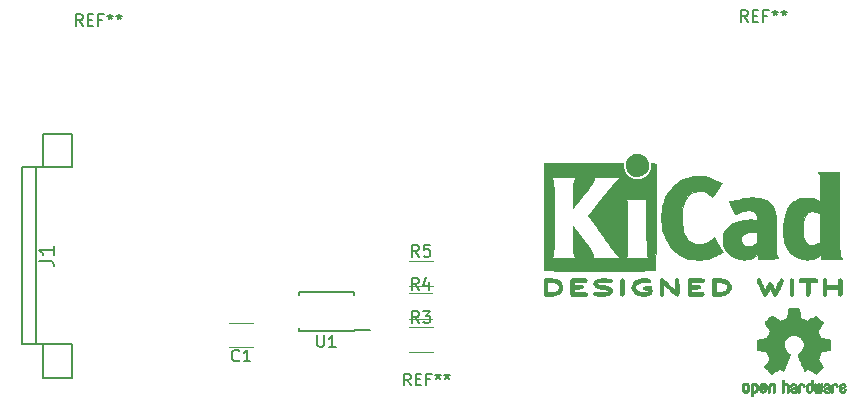
<source format=gbr>
G04 #@! TF.FileFunction,Legend,Top*
%FSLAX46Y46*%
G04 Gerber Fmt 4.6, Leading zero omitted, Abs format (unit mm)*
G04 Created by KiCad (PCBNEW 4.0.7-e2-6376~60~ubuntu17.10.1) date Wed Mar 21 11:42:29 2018*
%MOMM*%
%LPD*%
G01*
G04 APERTURE LIST*
%ADD10C,0.100000*%
%ADD11C,0.010000*%
%ADD12C,0.120000*%
%ADD13C,0.150000*%
G04 APERTURE END LIST*
D10*
D11*
G36*
X65506366Y8119055D02*
X65581019Y8081833D01*
X65646911Y8013299D01*
X65665057Y7987912D01*
X65684825Y7954694D01*
X65697652Y7918615D01*
X65704990Y7870462D01*
X65708293Y7801024D01*
X65709018Y7709354D01*
X65705743Y7583730D01*
X65694357Y7489406D01*
X65672521Y7419037D01*
X65637899Y7365274D01*
X65588150Y7320772D01*
X65584494Y7318137D01*
X65535465Y7291183D01*
X65476425Y7277848D01*
X65401339Y7274560D01*
X65279275Y7274560D01*
X65279224Y7156063D01*
X65278088Y7090068D01*
X65271166Y7051358D01*
X65253078Y7028141D01*
X65218442Y7008627D01*
X65210125Y7004640D01*
X65171200Y6985957D01*
X65141063Y6974157D01*
X65118654Y6973138D01*
X65102913Y6986799D01*
X65092782Y7019038D01*
X65087203Y7073756D01*
X65085115Y7154849D01*
X65085461Y7266216D01*
X65087180Y7411758D01*
X65087717Y7455291D01*
X65089652Y7605355D01*
X65091384Y7703518D01*
X65279172Y7703518D01*
X65280228Y7620196D01*
X65284918Y7565680D01*
X65295531Y7529723D01*
X65314352Y7502078D01*
X65327130Y7488595D01*
X65379370Y7449143D01*
X65425622Y7445932D01*
X65473347Y7478511D01*
X65474557Y7479714D01*
X65493974Y7504892D01*
X65505787Y7539113D01*
X65511745Y7591812D01*
X65513600Y7672429D01*
X65513634Y7690289D01*
X65509150Y7801385D01*
X65494554Y7878399D01*
X65468130Y7925413D01*
X65428163Y7946510D01*
X65405064Y7948637D01*
X65350242Y7938660D01*
X65312638Y7905808D01*
X65290003Y7845703D01*
X65280086Y7753962D01*
X65279172Y7703518D01*
X65091384Y7703518D01*
X65091702Y7721500D01*
X65094353Y7808881D01*
X65098086Y7872655D01*
X65103387Y7917978D01*
X65110738Y7950005D01*
X65120623Y7973892D01*
X65133526Y7994796D01*
X65139059Y8002662D01*
X65212449Y8076965D01*
X65305240Y8119093D01*
X65412576Y8130838D01*
X65506366Y8119055D01*
X65506366Y8119055D01*
G37*
X65506366Y8119055D02*
X65581019Y8081833D01*
X65646911Y8013299D01*
X65665057Y7987912D01*
X65684825Y7954694D01*
X65697652Y7918615D01*
X65704990Y7870462D01*
X65708293Y7801024D01*
X65709018Y7709354D01*
X65705743Y7583730D01*
X65694357Y7489406D01*
X65672521Y7419037D01*
X65637899Y7365274D01*
X65588150Y7320772D01*
X65584494Y7318137D01*
X65535465Y7291183D01*
X65476425Y7277848D01*
X65401339Y7274560D01*
X65279275Y7274560D01*
X65279224Y7156063D01*
X65278088Y7090068D01*
X65271166Y7051358D01*
X65253078Y7028141D01*
X65218442Y7008627D01*
X65210125Y7004640D01*
X65171200Y6985957D01*
X65141063Y6974157D01*
X65118654Y6973138D01*
X65102913Y6986799D01*
X65092782Y7019038D01*
X65087203Y7073756D01*
X65085115Y7154849D01*
X65085461Y7266216D01*
X65087180Y7411758D01*
X65087717Y7455291D01*
X65089652Y7605355D01*
X65091384Y7703518D01*
X65279172Y7703518D01*
X65280228Y7620196D01*
X65284918Y7565680D01*
X65295531Y7529723D01*
X65314352Y7502078D01*
X65327130Y7488595D01*
X65379370Y7449143D01*
X65425622Y7445932D01*
X65473347Y7478511D01*
X65474557Y7479714D01*
X65493974Y7504892D01*
X65505787Y7539113D01*
X65511745Y7591812D01*
X65513600Y7672429D01*
X65513634Y7690289D01*
X65509150Y7801385D01*
X65494554Y7878399D01*
X65468130Y7925413D01*
X65428163Y7946510D01*
X65405064Y7948637D01*
X65350242Y7938660D01*
X65312638Y7905808D01*
X65290003Y7845703D01*
X65280086Y7753962D01*
X65279172Y7703518D01*
X65091384Y7703518D01*
X65091702Y7721500D01*
X65094353Y7808881D01*
X65098086Y7872655D01*
X65103387Y7917978D01*
X65110738Y7950005D01*
X65120623Y7973892D01*
X65133526Y7994796D01*
X65139059Y8002662D01*
X65212449Y8076965D01*
X65305240Y8119093D01*
X65412576Y8130838D01*
X65506366Y8119055D01*
G36*
X67009144Y8108471D02*
X67071847Y8072202D01*
X67115441Y8036202D01*
X67147325Y7998485D01*
X67169290Y7952361D01*
X67183129Y7891139D01*
X67190633Y7808129D01*
X67193597Y7696641D01*
X67193941Y7616498D01*
X67193941Y7321495D01*
X67027865Y7247045D01*
X67018095Y7570158D01*
X67014059Y7690831D01*
X67009824Y7778419D01*
X67004577Y7838910D01*
X66997505Y7878292D01*
X66987791Y7902553D01*
X66974624Y7917680D01*
X66970399Y7920954D01*
X66906389Y7946526D01*
X66841688Y7936407D01*
X66803172Y7909560D01*
X66787505Y7890536D01*
X66776660Y7865572D01*
X66769768Y7827726D01*
X66765959Y7770058D01*
X66764363Y7685625D01*
X66764095Y7597632D01*
X66764043Y7487237D01*
X66762152Y7409097D01*
X66755825Y7356395D01*
X66742463Y7322318D01*
X66719465Y7300049D01*
X66684234Y7282773D01*
X66637177Y7264822D01*
X66585783Y7245282D01*
X66591901Y7592075D01*
X66594364Y7717092D01*
X66597247Y7809478D01*
X66601378Y7875679D01*
X66607587Y7922140D01*
X66616706Y7955304D01*
X66629563Y7981616D01*
X66645064Y8004831D01*
X66719851Y8078991D01*
X66811108Y8121876D01*
X66910363Y8132148D01*
X67009144Y8108471D01*
X67009144Y8108471D01*
G37*
X67009144Y8108471D02*
X67071847Y8072202D01*
X67115441Y8036202D01*
X67147325Y7998485D01*
X67169290Y7952361D01*
X67183129Y7891139D01*
X67190633Y7808129D01*
X67193597Y7696641D01*
X67193941Y7616498D01*
X67193941Y7321495D01*
X67027865Y7247045D01*
X67018095Y7570158D01*
X67014059Y7690831D01*
X67009824Y7778419D01*
X67004577Y7838910D01*
X66997505Y7878292D01*
X66987791Y7902553D01*
X66974624Y7917680D01*
X66970399Y7920954D01*
X66906389Y7946526D01*
X66841688Y7936407D01*
X66803172Y7909560D01*
X66787505Y7890536D01*
X66776660Y7865572D01*
X66769768Y7827726D01*
X66765959Y7770058D01*
X66764363Y7685625D01*
X66764095Y7597632D01*
X66764043Y7487237D01*
X66762152Y7409097D01*
X66755825Y7356395D01*
X66742463Y7322318D01*
X66719465Y7300049D01*
X66684234Y7282773D01*
X66637177Y7264822D01*
X66585783Y7245282D01*
X66591901Y7592075D01*
X66594364Y7717092D01*
X66597247Y7809478D01*
X66601378Y7875679D01*
X66607587Y7922140D01*
X66616706Y7955304D01*
X66629563Y7981616D01*
X66645064Y8004831D01*
X66719851Y8078991D01*
X66811108Y8121876D01*
X66910363Y8132148D01*
X67009144Y8108471D01*
G36*
X64754366Y8116304D02*
X64845944Y8068151D01*
X64913529Y7990655D01*
X64937537Y7940833D01*
X64956218Y7866027D01*
X64965781Y7771508D01*
X64966688Y7668350D01*
X64959401Y7567625D01*
X64944383Y7480407D01*
X64922095Y7417769D01*
X64915245Y7406981D01*
X64834112Y7326455D01*
X64737746Y7278224D01*
X64633181Y7264110D01*
X64527448Y7285931D01*
X64498023Y7299013D01*
X64440721Y7339329D01*
X64390430Y7392785D01*
X64385677Y7399565D01*
X64366358Y7432239D01*
X64353588Y7467166D01*
X64346044Y7513146D01*
X64342404Y7578976D01*
X64341345Y7673455D01*
X64341326Y7694637D01*
X64341374Y7701378D01*
X64536711Y7701378D01*
X64537848Y7612211D01*
X64542321Y7553040D01*
X64551726Y7514819D01*
X64567656Y7488507D01*
X64575788Y7479714D01*
X64622538Y7446299D01*
X64667927Y7447823D01*
X64713820Y7476808D01*
X64741192Y7507751D01*
X64757403Y7552917D01*
X64766506Y7624140D01*
X64767131Y7632446D01*
X64768684Y7761523D01*
X64752445Y7857388D01*
X64718632Y7919453D01*
X64667464Y7947128D01*
X64649200Y7948637D01*
X64601240Y7941047D01*
X64568433Y7914752D01*
X64548375Y7864465D01*
X64538658Y7784896D01*
X64536711Y7701378D01*
X64341374Y7701378D01*
X64342054Y7795311D01*
X64345109Y7865654D01*
X64351802Y7914397D01*
X64363440Y7950272D01*
X64381333Y7982012D01*
X64385288Y7987912D01*
X64451747Y8067456D01*
X64524165Y8113631D01*
X64612329Y8131961D01*
X64642267Y8132857D01*
X64754366Y8116304D01*
X64754366Y8116304D01*
G37*
X64754366Y8116304D02*
X64845944Y8068151D01*
X64913529Y7990655D01*
X64937537Y7940833D01*
X64956218Y7866027D01*
X64965781Y7771508D01*
X64966688Y7668350D01*
X64959401Y7567625D01*
X64944383Y7480407D01*
X64922095Y7417769D01*
X64915245Y7406981D01*
X64834112Y7326455D01*
X64737746Y7278224D01*
X64633181Y7264110D01*
X64527448Y7285931D01*
X64498023Y7299013D01*
X64440721Y7339329D01*
X64390430Y7392785D01*
X64385677Y7399565D01*
X64366358Y7432239D01*
X64353588Y7467166D01*
X64346044Y7513146D01*
X64342404Y7578976D01*
X64341345Y7673455D01*
X64341326Y7694637D01*
X64341374Y7701378D01*
X64536711Y7701378D01*
X64537848Y7612211D01*
X64542321Y7553040D01*
X64551726Y7514819D01*
X64567656Y7488507D01*
X64575788Y7479714D01*
X64622538Y7446299D01*
X64667927Y7447823D01*
X64713820Y7476808D01*
X64741192Y7507751D01*
X64757403Y7552917D01*
X64766506Y7624140D01*
X64767131Y7632446D01*
X64768684Y7761523D01*
X64752445Y7857388D01*
X64718632Y7919453D01*
X64667464Y7947128D01*
X64649200Y7948637D01*
X64601240Y7941047D01*
X64568433Y7914752D01*
X64548375Y7864465D01*
X64538658Y7784896D01*
X64536711Y7701378D01*
X64341374Y7701378D01*
X64342054Y7795311D01*
X64345109Y7865654D01*
X64351802Y7914397D01*
X64363440Y7950272D01*
X64381333Y7982012D01*
X64385288Y7987912D01*
X64451747Y8067456D01*
X64524165Y8113631D01*
X64612329Y8131961D01*
X64642267Y8132857D01*
X64754366Y8116304D01*
G36*
X66271734Y8103815D02*
X66348766Y8051993D01*
X66408296Y7977148D01*
X66443858Y7881906D01*
X66451051Y7811804D01*
X66450234Y7782551D01*
X66443394Y7760153D01*
X66424592Y7740086D01*
X66387888Y7717827D01*
X66327342Y7688851D01*
X66237014Y7648633D01*
X66236557Y7648431D01*
X66153413Y7610350D01*
X66085233Y7576535D01*
X66038985Y7550627D01*
X66021638Y7536265D01*
X66021634Y7536149D01*
X66036923Y7504875D01*
X66072676Y7470403D01*
X66113722Y7445570D01*
X66134517Y7440637D01*
X66191250Y7457698D01*
X66240107Y7500427D01*
X66263945Y7547405D01*
X66286877Y7582038D01*
X66331798Y7621479D01*
X66384603Y7655551D01*
X66431190Y7674080D01*
X66440932Y7675098D01*
X66451898Y7658345D01*
X66452559Y7615521D01*
X66444500Y7557779D01*
X66429307Y7496271D01*
X66408566Y7442151D01*
X66407518Y7440050D01*
X66345101Y7352900D01*
X66264206Y7293621D01*
X66172336Y7264526D01*
X66076993Y7267926D01*
X65985678Y7306132D01*
X65981618Y7308819D01*
X65909786Y7373918D01*
X65862553Y7458855D01*
X65836414Y7570539D01*
X65832906Y7601917D01*
X65826693Y7750024D01*
X65834141Y7819092D01*
X66021634Y7819092D01*
X66024070Y7776008D01*
X66037394Y7763434D01*
X66070612Y7772841D01*
X66122974Y7795077D01*
X66181504Y7822950D01*
X66182959Y7823688D01*
X66232569Y7849783D01*
X66252480Y7867197D01*
X66247570Y7885453D01*
X66226896Y7909440D01*
X66174299Y7944154D01*
X66117657Y7946704D01*
X66066849Y7921441D01*
X66031756Y7872713D01*
X66021634Y7819092D01*
X65834141Y7819092D01*
X65839472Y7868524D01*
X65872258Y7962505D01*
X65917901Y8028345D01*
X66000282Y8094879D01*
X66091026Y8127884D01*
X66183665Y8129987D01*
X66271734Y8103815D01*
X66271734Y8103815D01*
G37*
X66271734Y8103815D02*
X66348766Y8051993D01*
X66408296Y7977148D01*
X66443858Y7881906D01*
X66451051Y7811804D01*
X66450234Y7782551D01*
X66443394Y7760153D01*
X66424592Y7740086D01*
X66387888Y7717827D01*
X66327342Y7688851D01*
X66237014Y7648633D01*
X66236557Y7648431D01*
X66153413Y7610350D01*
X66085233Y7576535D01*
X66038985Y7550627D01*
X66021638Y7536265D01*
X66021634Y7536149D01*
X66036923Y7504875D01*
X66072676Y7470403D01*
X66113722Y7445570D01*
X66134517Y7440637D01*
X66191250Y7457698D01*
X66240107Y7500427D01*
X66263945Y7547405D01*
X66286877Y7582038D01*
X66331798Y7621479D01*
X66384603Y7655551D01*
X66431190Y7674080D01*
X66440932Y7675098D01*
X66451898Y7658345D01*
X66452559Y7615521D01*
X66444500Y7557779D01*
X66429307Y7496271D01*
X66408566Y7442151D01*
X66407518Y7440050D01*
X66345101Y7352900D01*
X66264206Y7293621D01*
X66172336Y7264526D01*
X66076993Y7267926D01*
X65985678Y7306132D01*
X65981618Y7308819D01*
X65909786Y7373918D01*
X65862553Y7458855D01*
X65836414Y7570539D01*
X65832906Y7601917D01*
X65826693Y7750024D01*
X65834141Y7819092D01*
X66021634Y7819092D01*
X66024070Y7776008D01*
X66037394Y7763434D01*
X66070612Y7772841D01*
X66122974Y7795077D01*
X66181504Y7822950D01*
X66182959Y7823688D01*
X66232569Y7849783D01*
X66252480Y7867197D01*
X66247570Y7885453D01*
X66226896Y7909440D01*
X66174299Y7944154D01*
X66117657Y7946704D01*
X66066849Y7921441D01*
X66031756Y7872713D01*
X66021634Y7819092D01*
X65834141Y7819092D01*
X65839472Y7868524D01*
X65872258Y7962505D01*
X65917901Y8028345D01*
X66000282Y8094879D01*
X66091026Y8127884D01*
X66183665Y8129987D01*
X66271734Y8103815D01*
G36*
X67897326Y8211440D02*
X67903052Y8131580D01*
X67909629Y8084521D01*
X67918742Y8063994D01*
X67932078Y8063731D01*
X67936403Y8066182D01*
X67993924Y8083924D01*
X68068748Y8082888D01*
X68144819Y8064650D01*
X68192398Y8041055D01*
X68241182Y8003362D01*
X68276844Y7960705D01*
X68301325Y7906503D01*
X68316567Y7834176D01*
X68324510Y7737141D01*
X68327096Y7608818D01*
X68327142Y7584202D01*
X68327172Y7307690D01*
X68265641Y7286240D01*
X68221939Y7271648D01*
X68197962Y7264854D01*
X68197257Y7264791D01*
X68194895Y7283215D01*
X68192886Y7334034D01*
X68191381Y7410567D01*
X68190533Y7506130D01*
X68190403Y7564231D01*
X68190131Y7678789D01*
X68188732Y7760893D01*
X68185329Y7817167D01*
X68179047Y7854234D01*
X68169009Y7878716D01*
X68154341Y7897235D01*
X68145182Y7906154D01*
X68082269Y7942094D01*
X68013616Y7944785D01*
X67951328Y7914390D01*
X67939809Y7903416D01*
X67922913Y7882781D01*
X67911194Y7858304D01*
X67903713Y7822913D01*
X67899534Y7769534D01*
X67897717Y7691094D01*
X67897326Y7582943D01*
X67897326Y7307690D01*
X67835795Y7286240D01*
X67792093Y7271648D01*
X67768116Y7264854D01*
X67767410Y7264791D01*
X67765606Y7283491D01*
X67763980Y7336238D01*
X67762597Y7418003D01*
X67761522Y7523755D01*
X67760820Y7648466D01*
X67760557Y7787105D01*
X67760557Y8321754D01*
X67887557Y8375324D01*
X67897326Y8211440D01*
X67897326Y8211440D01*
G37*
X67897326Y8211440D02*
X67903052Y8131580D01*
X67909629Y8084521D01*
X67918742Y8063994D01*
X67932078Y8063731D01*
X67936403Y8066182D01*
X67993924Y8083924D01*
X68068748Y8082888D01*
X68144819Y8064650D01*
X68192398Y8041055D01*
X68241182Y8003362D01*
X68276844Y7960705D01*
X68301325Y7906503D01*
X68316567Y7834176D01*
X68324510Y7737141D01*
X68327096Y7608818D01*
X68327142Y7584202D01*
X68327172Y7307690D01*
X68265641Y7286240D01*
X68221939Y7271648D01*
X68197962Y7264854D01*
X68197257Y7264791D01*
X68194895Y7283215D01*
X68192886Y7334034D01*
X68191381Y7410567D01*
X68190533Y7506130D01*
X68190403Y7564231D01*
X68190131Y7678789D01*
X68188732Y7760893D01*
X68185329Y7817167D01*
X68179047Y7854234D01*
X68169009Y7878716D01*
X68154341Y7897235D01*
X68145182Y7906154D01*
X68082269Y7942094D01*
X68013616Y7944785D01*
X67951328Y7914390D01*
X67939809Y7903416D01*
X67922913Y7882781D01*
X67911194Y7858304D01*
X67903713Y7822913D01*
X67899534Y7769534D01*
X67897717Y7691094D01*
X67897326Y7582943D01*
X67897326Y7307690D01*
X67835795Y7286240D01*
X67792093Y7271648D01*
X67768116Y7264854D01*
X67767410Y7264791D01*
X67765606Y7283491D01*
X67763980Y7336238D01*
X67762597Y7418003D01*
X67761522Y7523755D01*
X67760820Y7648466D01*
X67760557Y7787105D01*
X67760557Y8321754D01*
X67887557Y8375324D01*
X67897326Y8211440D01*
G36*
X68790981Y8077257D02*
X68867540Y8048827D01*
X68868416Y8048281D01*
X68915765Y8013433D01*
X68950721Y7972708D01*
X68975305Y7919635D01*
X68991542Y7847746D01*
X69001455Y7750568D01*
X69007066Y7621632D01*
X69007557Y7603262D01*
X69014621Y7326273D01*
X68955175Y7295532D01*
X68912161Y7274758D01*
X68886190Y7264914D01*
X68884989Y7264791D01*
X68880494Y7282954D01*
X68876924Y7331948D01*
X68874728Y7403529D01*
X68874249Y7461492D01*
X68874238Y7555390D01*
X68869946Y7614357D01*
X68854983Y7642481D01*
X68822962Y7643854D01*
X68767494Y7622562D01*
X68683749Y7583424D01*
X68622169Y7550917D01*
X68590497Y7522715D01*
X68581186Y7491978D01*
X68581172Y7490456D01*
X68596537Y7437506D01*
X68642027Y7408900D01*
X68711646Y7404757D01*
X68761793Y7405476D01*
X68788234Y7391033D01*
X68804723Y7356342D01*
X68814213Y7312144D01*
X68800537Y7287067D01*
X68795387Y7283478D01*
X68746905Y7269064D01*
X68679011Y7267023D01*
X68609092Y7276577D01*
X68559548Y7294038D01*
X68491050Y7352196D01*
X68452114Y7433152D01*
X68444403Y7496400D01*
X68450287Y7553449D01*
X68471581Y7600018D01*
X68513745Y7641379D01*
X68582239Y7682805D01*
X68682524Y7729567D01*
X68688634Y7732210D01*
X68778970Y7773943D01*
X68834715Y7808169D01*
X68858609Y7838925D01*
X68853393Y7870249D01*
X68821808Y7906177D01*
X68812363Y7914444D01*
X68749097Y7946502D01*
X68683544Y7945153D01*
X68626452Y7913722D01*
X68588573Y7855536D01*
X68585054Y7844114D01*
X68550780Y7788723D01*
X68507289Y7762042D01*
X68444403Y7735600D01*
X68444403Y7804012D01*
X68463532Y7903450D01*
X68520311Y7994658D01*
X68549858Y8025171D01*
X68617022Y8064332D01*
X68702436Y8082060D01*
X68790981Y8077257D01*
X68790981Y8077257D01*
G37*
X68790981Y8077257D02*
X68867540Y8048827D01*
X68868416Y8048281D01*
X68915765Y8013433D01*
X68950721Y7972708D01*
X68975305Y7919635D01*
X68991542Y7847746D01*
X69001455Y7750568D01*
X69007066Y7621632D01*
X69007557Y7603262D01*
X69014621Y7326273D01*
X68955175Y7295532D01*
X68912161Y7274758D01*
X68886190Y7264914D01*
X68884989Y7264791D01*
X68880494Y7282954D01*
X68876924Y7331948D01*
X68874728Y7403529D01*
X68874249Y7461492D01*
X68874238Y7555390D01*
X68869946Y7614357D01*
X68854983Y7642481D01*
X68822962Y7643854D01*
X68767494Y7622562D01*
X68683749Y7583424D01*
X68622169Y7550917D01*
X68590497Y7522715D01*
X68581186Y7491978D01*
X68581172Y7490456D01*
X68596537Y7437506D01*
X68642027Y7408900D01*
X68711646Y7404757D01*
X68761793Y7405476D01*
X68788234Y7391033D01*
X68804723Y7356342D01*
X68814213Y7312144D01*
X68800537Y7287067D01*
X68795387Y7283478D01*
X68746905Y7269064D01*
X68679011Y7267023D01*
X68609092Y7276577D01*
X68559548Y7294038D01*
X68491050Y7352196D01*
X68452114Y7433152D01*
X68444403Y7496400D01*
X68450287Y7553449D01*
X68471581Y7600018D01*
X68513745Y7641379D01*
X68582239Y7682805D01*
X68682524Y7729567D01*
X68688634Y7732210D01*
X68778970Y7773943D01*
X68834715Y7808169D01*
X68858609Y7838925D01*
X68853393Y7870249D01*
X68821808Y7906177D01*
X68812363Y7914444D01*
X68749097Y7946502D01*
X68683544Y7945153D01*
X68626452Y7913722D01*
X68588573Y7855536D01*
X68585054Y7844114D01*
X68550780Y7788723D01*
X68507289Y7762042D01*
X68444403Y7735600D01*
X68444403Y7804012D01*
X68463532Y7903450D01*
X68520311Y7994658D01*
X68549858Y8025171D01*
X68617022Y8064332D01*
X68702436Y8082060D01*
X68790981Y8077257D01*
G36*
X69450842Y8078890D02*
X69539597Y8046139D01*
X69611502Y7988210D01*
X69639624Y7947432D01*
X69670282Y7872606D01*
X69669645Y7818502D01*
X69637467Y7782114D01*
X69625561Y7775927D01*
X69574155Y7756635D01*
X69547902Y7761578D01*
X69539010Y7793973D01*
X69538557Y7811868D01*
X69522277Y7877701D01*
X69479845Y7923753D01*
X69420868Y7945996D01*
X69354955Y7940399D01*
X69301375Y7911331D01*
X69283278Y7894750D01*
X69270451Y7874635D01*
X69261786Y7844228D01*
X69256176Y7796772D01*
X69252515Y7725510D01*
X69249695Y7623685D01*
X69248964Y7591445D01*
X69246300Y7481150D01*
X69243272Y7403524D01*
X69238730Y7352164D01*
X69231526Y7320670D01*
X69220513Y7302640D01*
X69204540Y7291672D01*
X69194314Y7286827D01*
X69150886Y7270259D01*
X69125322Y7264791D01*
X69116875Y7283053D01*
X69111719Y7338264D01*
X69109826Y7431061D01*
X69111169Y7562082D01*
X69111587Y7582291D01*
X69114538Y7701827D01*
X69118028Y7789111D01*
X69122994Y7850969D01*
X69130373Y7894224D01*
X69141104Y7925700D01*
X69156125Y7952221D01*
X69163982Y7963585D01*
X69209033Y8013868D01*
X69259420Y8052979D01*
X69265588Y8056393D01*
X69355938Y8083348D01*
X69450842Y8078890D01*
X69450842Y8078890D01*
G37*
X69450842Y8078890D02*
X69539597Y8046139D01*
X69611502Y7988210D01*
X69639624Y7947432D01*
X69670282Y7872606D01*
X69669645Y7818502D01*
X69637467Y7782114D01*
X69625561Y7775927D01*
X69574155Y7756635D01*
X69547902Y7761578D01*
X69539010Y7793973D01*
X69538557Y7811868D01*
X69522277Y7877701D01*
X69479845Y7923753D01*
X69420868Y7945996D01*
X69354955Y7940399D01*
X69301375Y7911331D01*
X69283278Y7894750D01*
X69270451Y7874635D01*
X69261786Y7844228D01*
X69256176Y7796772D01*
X69252515Y7725510D01*
X69249695Y7623685D01*
X69248964Y7591445D01*
X69246300Y7481150D01*
X69243272Y7403524D01*
X69238730Y7352164D01*
X69231526Y7320670D01*
X69220513Y7302640D01*
X69204540Y7291672D01*
X69194314Y7286827D01*
X69150886Y7270259D01*
X69125322Y7264791D01*
X69116875Y7283053D01*
X69111719Y7338264D01*
X69109826Y7431061D01*
X69111169Y7562082D01*
X69111587Y7582291D01*
X69114538Y7701827D01*
X69118028Y7789111D01*
X69122994Y7850969D01*
X69130373Y7894224D01*
X69141104Y7925700D01*
X69156125Y7952221D01*
X69163982Y7963585D01*
X69209033Y8013868D01*
X69259420Y8052979D01*
X69265588Y8056393D01*
X69355938Y8083348D01*
X69450842Y8078890D01*
G36*
X70339561Y7923271D02*
X70339313Y7777240D01*
X70338352Y7664905D01*
X70336274Y7580882D01*
X70332673Y7519791D01*
X70327145Y7476251D01*
X70319284Y7444881D01*
X70308687Y7420298D01*
X70300662Y7406266D01*
X70234208Y7330172D01*
X70149950Y7282476D01*
X70056729Y7265361D01*
X69963380Y7281014D01*
X69907792Y7309142D01*
X69849437Y7357800D01*
X69809666Y7417227D01*
X69785670Y7495053D01*
X69774641Y7598908D01*
X69773079Y7675098D01*
X69773289Y7680574D01*
X69909788Y7680574D01*
X69910621Y7593205D01*
X69914441Y7535368D01*
X69923226Y7497531D01*
X69938954Y7470162D01*
X69957746Y7449518D01*
X70020855Y7409670D01*
X70088617Y7406265D01*
X70152659Y7439535D01*
X70157644Y7444043D01*
X70178919Y7467493D01*
X70192259Y7495394D01*
X70199481Y7536919D01*
X70202403Y7601244D01*
X70202865Y7672360D01*
X70201863Y7761702D01*
X70197718Y7821302D01*
X70188716Y7860471D01*
X70173147Y7888520D01*
X70160382Y7903416D01*
X70101080Y7940985D01*
X70032781Y7945503D01*
X69967590Y7916807D01*
X69955008Y7906154D01*
X69933591Y7882497D01*
X69920224Y7854309D01*
X69913046Y7812315D01*
X69910199Y7747241D01*
X69909788Y7680574D01*
X69773289Y7680574D01*
X69777802Y7797795D01*
X69793842Y7889983D01*
X69824008Y7959291D01*
X69871109Y8013349D01*
X69907792Y8041055D01*
X69974470Y8070988D01*
X70051752Y8084882D01*
X70123590Y8081163D01*
X70163788Y8066160D01*
X70179562Y8061890D01*
X70190030Y8077810D01*
X70197336Y8120471D01*
X70202865Y8185454D01*
X70208917Y8257828D01*
X70217324Y8301373D01*
X70232621Y8326273D01*
X70259344Y8342715D01*
X70276134Y8349996D01*
X70339634Y8376597D01*
X70339561Y7923271D01*
X70339561Y7923271D01*
G37*
X70339561Y7923271D02*
X70339313Y7777240D01*
X70338352Y7664905D01*
X70336274Y7580882D01*
X70332673Y7519791D01*
X70327145Y7476251D01*
X70319284Y7444881D01*
X70308687Y7420298D01*
X70300662Y7406266D01*
X70234208Y7330172D01*
X70149950Y7282476D01*
X70056729Y7265361D01*
X69963380Y7281014D01*
X69907792Y7309142D01*
X69849437Y7357800D01*
X69809666Y7417227D01*
X69785670Y7495053D01*
X69774641Y7598908D01*
X69773079Y7675098D01*
X69773289Y7680574D01*
X69909788Y7680574D01*
X69910621Y7593205D01*
X69914441Y7535368D01*
X69923226Y7497531D01*
X69938954Y7470162D01*
X69957746Y7449518D01*
X70020855Y7409670D01*
X70088617Y7406265D01*
X70152659Y7439535D01*
X70157644Y7444043D01*
X70178919Y7467493D01*
X70192259Y7495394D01*
X70199481Y7536919D01*
X70202403Y7601244D01*
X70202865Y7672360D01*
X70201863Y7761702D01*
X70197718Y7821302D01*
X70188716Y7860471D01*
X70173147Y7888520D01*
X70160382Y7903416D01*
X70101080Y7940985D01*
X70032781Y7945503D01*
X69967590Y7916807D01*
X69955008Y7906154D01*
X69933591Y7882497D01*
X69920224Y7854309D01*
X69913046Y7812315D01*
X69910199Y7747241D01*
X69909788Y7680574D01*
X69773289Y7680574D01*
X69777802Y7797795D01*
X69793842Y7889983D01*
X69824008Y7959291D01*
X69871109Y8013349D01*
X69907792Y8041055D01*
X69974470Y8070988D01*
X70051752Y8084882D01*
X70123590Y8081163D01*
X70163788Y8066160D01*
X70179562Y8061890D01*
X70190030Y8077810D01*
X70197336Y8120471D01*
X70202865Y8185454D01*
X70208917Y8257828D01*
X70217324Y8301373D01*
X70232621Y8326273D01*
X70259344Y8342715D01*
X70276134Y8349996D01*
X70339634Y8376597D01*
X70339561Y7923271D01*
G36*
X71133409Y8066898D02*
X71136391Y8015492D01*
X71138727Y7937368D01*
X71140229Y7838703D01*
X71140711Y7735217D01*
X71140711Y7385027D01*
X71078881Y7323197D01*
X71036273Y7285098D01*
X70998870Y7269665D01*
X70947750Y7270642D01*
X70927458Y7273127D01*
X70864034Y7280360D01*
X70811575Y7284505D01*
X70798788Y7284888D01*
X70755679Y7282384D01*
X70694024Y7276098D01*
X70670118Y7273127D01*
X70611402Y7268532D01*
X70571944Y7278514D01*
X70532818Y7309332D01*
X70518695Y7323197D01*
X70456865Y7385027D01*
X70456865Y8040057D01*
X70506630Y8062731D01*
X70549482Y8079526D01*
X70574553Y8085406D01*
X70580981Y8066824D01*
X70586989Y8014905D01*
X70592177Y7935388D01*
X70596144Y7834014D01*
X70598057Y7748368D01*
X70603403Y7411329D01*
X70650040Y7404735D01*
X70692456Y7409346D01*
X70713240Y7424273D01*
X70719050Y7452183D01*
X70724010Y7511635D01*
X70727726Y7595094D01*
X70729804Y7695028D01*
X70730104Y7746456D01*
X70730403Y8042506D01*
X70791934Y8063956D01*
X70835484Y8078540D01*
X70859174Y8085341D01*
X70859857Y8085406D01*
X70862234Y8066918D01*
X70864846Y8015654D01*
X70867475Y7937911D01*
X70869901Y7839986D01*
X70871595Y7748368D01*
X70876941Y7411329D01*
X70994172Y7411329D01*
X70999552Y7718814D01*
X71004931Y8026299D01*
X71062081Y8055853D01*
X71104277Y8076147D01*
X71129250Y8085356D01*
X71129971Y8085406D01*
X71133409Y8066898D01*
X71133409Y8066898D01*
G37*
X71133409Y8066898D02*
X71136391Y8015492D01*
X71138727Y7937368D01*
X71140229Y7838703D01*
X71140711Y7735217D01*
X71140711Y7385027D01*
X71078881Y7323197D01*
X71036273Y7285098D01*
X70998870Y7269665D01*
X70947750Y7270642D01*
X70927458Y7273127D01*
X70864034Y7280360D01*
X70811575Y7284505D01*
X70798788Y7284888D01*
X70755679Y7282384D01*
X70694024Y7276098D01*
X70670118Y7273127D01*
X70611402Y7268532D01*
X70571944Y7278514D01*
X70532818Y7309332D01*
X70518695Y7323197D01*
X70456865Y7385027D01*
X70456865Y8040057D01*
X70506630Y8062731D01*
X70549482Y8079526D01*
X70574553Y8085406D01*
X70580981Y8066824D01*
X70586989Y8014905D01*
X70592177Y7935388D01*
X70596144Y7834014D01*
X70598057Y7748368D01*
X70603403Y7411329D01*
X70650040Y7404735D01*
X70692456Y7409346D01*
X70713240Y7424273D01*
X70719050Y7452183D01*
X70724010Y7511635D01*
X70727726Y7595094D01*
X70729804Y7695028D01*
X70730104Y7746456D01*
X70730403Y8042506D01*
X70791934Y8063956D01*
X70835484Y8078540D01*
X70859174Y8085341D01*
X70859857Y8085406D01*
X70862234Y8066918D01*
X70864846Y8015654D01*
X70867475Y7937911D01*
X70869901Y7839986D01*
X70871595Y7748368D01*
X70876941Y7411329D01*
X70994172Y7411329D01*
X70999552Y7718814D01*
X71004931Y8026299D01*
X71062081Y8055853D01*
X71104277Y8076147D01*
X71129250Y8085356D01*
X71129971Y8085406D01*
X71133409Y8066898D01*
G36*
X71624813Y8070032D02*
X71681070Y8044443D01*
X71725227Y8013436D01*
X71757581Y7978765D01*
X71779918Y7934040D01*
X71794026Y7872868D01*
X71801691Y7788859D01*
X71804700Y7675620D01*
X71805018Y7601051D01*
X71805018Y7310140D01*
X71755253Y7287465D01*
X71716056Y7270893D01*
X71696637Y7264791D01*
X71692922Y7282950D01*
X71689975Y7331912D01*
X71688171Y7403407D01*
X71687788Y7460175D01*
X71686141Y7542189D01*
X71681702Y7607251D01*
X71675220Y7647093D01*
X71670070Y7655560D01*
X71635457Y7646914D01*
X71581120Y7624737D01*
X71518202Y7594674D01*
X71457848Y7562368D01*
X71411201Y7533462D01*
X71389406Y7513599D01*
X71389319Y7513385D01*
X71391194Y7476625D01*
X71408005Y7441534D01*
X71437519Y7413032D01*
X71480596Y7403499D01*
X71517412Y7404610D01*
X71569554Y7405427D01*
X71596924Y7393211D01*
X71613362Y7360936D01*
X71615435Y7354850D01*
X71622561Y7308821D01*
X71603504Y7280873D01*
X71553833Y7267553D01*
X71500177Y7265090D01*
X71403622Y7283350D01*
X71353639Y7309429D01*
X71291909Y7370692D01*
X71259170Y7445890D01*
X71256233Y7525349D01*
X71283904Y7599393D01*
X71325527Y7645791D01*
X71367084Y7671767D01*
X71432402Y7704653D01*
X71508518Y7738003D01*
X71521206Y7743099D01*
X71604813Y7779995D01*
X71653010Y7812514D01*
X71668510Y7844842D01*
X71654030Y7881166D01*
X71629172Y7909560D01*
X71570419Y7944521D01*
X71505773Y7947143D01*
X71446488Y7920202D01*
X71403819Y7866472D01*
X71398219Y7852610D01*
X71365613Y7801624D01*
X71318010Y7763773D01*
X71257941Y7732710D01*
X71257941Y7820792D01*
X71261477Y7874609D01*
X71276636Y7917026D01*
X71310248Y7962281D01*
X71342515Y7997140D01*
X71392689Y8046498D01*
X71431673Y8073013D01*
X71473544Y8083649D01*
X71520940Y8085406D01*
X71624813Y8070032D01*
X71624813Y8070032D01*
G37*
X71624813Y8070032D02*
X71681070Y8044443D01*
X71725227Y8013436D01*
X71757581Y7978765D01*
X71779918Y7934040D01*
X71794026Y7872868D01*
X71801691Y7788859D01*
X71804700Y7675620D01*
X71805018Y7601051D01*
X71805018Y7310140D01*
X71755253Y7287465D01*
X71716056Y7270893D01*
X71696637Y7264791D01*
X71692922Y7282950D01*
X71689975Y7331912D01*
X71688171Y7403407D01*
X71687788Y7460175D01*
X71686141Y7542189D01*
X71681702Y7607251D01*
X71675220Y7647093D01*
X71670070Y7655560D01*
X71635457Y7646914D01*
X71581120Y7624737D01*
X71518202Y7594674D01*
X71457848Y7562368D01*
X71411201Y7533462D01*
X71389406Y7513599D01*
X71389319Y7513385D01*
X71391194Y7476625D01*
X71408005Y7441534D01*
X71437519Y7413032D01*
X71480596Y7403499D01*
X71517412Y7404610D01*
X71569554Y7405427D01*
X71596924Y7393211D01*
X71613362Y7360936D01*
X71615435Y7354850D01*
X71622561Y7308821D01*
X71603504Y7280873D01*
X71553833Y7267553D01*
X71500177Y7265090D01*
X71403622Y7283350D01*
X71353639Y7309429D01*
X71291909Y7370692D01*
X71259170Y7445890D01*
X71256233Y7525349D01*
X71283904Y7599393D01*
X71325527Y7645791D01*
X71367084Y7671767D01*
X71432402Y7704653D01*
X71508518Y7738003D01*
X71521206Y7743099D01*
X71604813Y7779995D01*
X71653010Y7812514D01*
X71668510Y7844842D01*
X71654030Y7881166D01*
X71629172Y7909560D01*
X71570419Y7944521D01*
X71505773Y7947143D01*
X71446488Y7920202D01*
X71403819Y7866472D01*
X71398219Y7852610D01*
X71365613Y7801624D01*
X71318010Y7763773D01*
X71257941Y7732710D01*
X71257941Y7820792D01*
X71261477Y7874609D01*
X71276636Y7917026D01*
X71310248Y7962281D01*
X71342515Y7997140D01*
X71392689Y8046498D01*
X71431673Y8073013D01*
X71473544Y8083649D01*
X71520940Y8085406D01*
X71624813Y8070032D01*
G36*
X72308287Y8066778D02*
X72331641Y8056572D01*
X72387382Y8012426D01*
X72435049Y7948593D01*
X72464528Y7880473D01*
X72469326Y7846890D01*
X72453240Y7800004D01*
X72417955Y7775195D01*
X72380124Y7760173D01*
X72362801Y7757405D01*
X72354366Y7777494D01*
X72337710Y7821209D01*
X72330403Y7840962D01*
X72289428Y7909289D01*
X72230102Y7943369D01*
X72154032Y7942321D01*
X72148398Y7940979D01*
X72107785Y7921724D01*
X72077928Y7884185D01*
X72057535Y7823751D01*
X72045316Y7735809D01*
X72039980Y7615747D01*
X72039480Y7551862D01*
X72039232Y7451157D01*
X72037606Y7382506D01*
X72033281Y7338887D01*
X72024934Y7313278D01*
X72011245Y7298657D01*
X71990891Y7288002D01*
X71989714Y7287465D01*
X71950518Y7270893D01*
X71931099Y7264791D01*
X71928115Y7283241D01*
X71925561Y7334237D01*
X71923620Y7411252D01*
X71922477Y7507755D01*
X71922249Y7578376D01*
X71923412Y7715035D01*
X71927959Y7818709D01*
X71937479Y7895452D01*
X71953561Y7951314D01*
X71977793Y7992348D01*
X72011766Y8024606D01*
X72045313Y8047120D01*
X72125979Y8077084D01*
X72219861Y8083842D01*
X72308287Y8066778D01*
X72308287Y8066778D01*
G37*
X72308287Y8066778D02*
X72331641Y8056572D01*
X72387382Y8012426D01*
X72435049Y7948593D01*
X72464528Y7880473D01*
X72469326Y7846890D01*
X72453240Y7800004D01*
X72417955Y7775195D01*
X72380124Y7760173D01*
X72362801Y7757405D01*
X72354366Y7777494D01*
X72337710Y7821209D01*
X72330403Y7840962D01*
X72289428Y7909289D01*
X72230102Y7943369D01*
X72154032Y7942321D01*
X72148398Y7940979D01*
X72107785Y7921724D01*
X72077928Y7884185D01*
X72057535Y7823751D01*
X72045316Y7735809D01*
X72039980Y7615747D01*
X72039480Y7551862D01*
X72039232Y7451157D01*
X72037606Y7382506D01*
X72033281Y7338887D01*
X72024934Y7313278D01*
X72011245Y7298657D01*
X71990891Y7288002D01*
X71989714Y7287465D01*
X71950518Y7270893D01*
X71931099Y7264791D01*
X71928115Y7283241D01*
X71925561Y7334237D01*
X71923620Y7411252D01*
X71922477Y7507755D01*
X71922249Y7578376D01*
X71923412Y7715035D01*
X71927959Y7818709D01*
X71937479Y7895452D01*
X71953561Y7951314D01*
X71977793Y7992348D01*
X72011766Y8024606D01*
X72045313Y8047120D01*
X72125979Y8077084D01*
X72219861Y8083842D01*
X72308287Y8066778D01*
G36*
X72982704Y8055722D02*
X73060008Y8005199D01*
X73097294Y7959970D01*
X73126833Y7877897D01*
X73129179Y7812953D01*
X73123865Y7726115D01*
X72923595Y7638457D01*
X72826219Y7593673D01*
X72762593Y7557647D01*
X72729509Y7526443D01*
X72723760Y7496124D01*
X72742138Y7462755D01*
X72762403Y7440637D01*
X72821369Y7405167D01*
X72885504Y7402681D01*
X72944406Y7430325D01*
X72987677Y7485240D01*
X72995416Y7504632D01*
X73032486Y7565196D01*
X73075134Y7591008D01*
X73133634Y7613089D01*
X73133634Y7529376D01*
X73128462Y7472410D01*
X73108203Y7424371D01*
X73065742Y7369214D01*
X73059431Y7362046D01*
X73012200Y7312975D01*
X72971601Y7286640D01*
X72920808Y7274525D01*
X72878700Y7270557D01*
X72803382Y7269569D01*
X72749766Y7282094D01*
X72716318Y7300691D01*
X72663748Y7341585D01*
X72627359Y7385812D01*
X72604330Y7441434D01*
X72591839Y7516513D01*
X72587067Y7619111D01*
X72586686Y7671184D01*
X72587981Y7733612D01*
X72705951Y7733612D01*
X72707319Y7700122D01*
X72710729Y7694637D01*
X72733233Y7702088D01*
X72781662Y7721807D01*
X72846388Y7749842D01*
X72859923Y7755868D01*
X72941724Y7797464D01*
X72986792Y7834022D01*
X72996697Y7868264D01*
X72973006Y7902912D01*
X72953440Y7918221D01*
X72882840Y7948839D01*
X72816760Y7943780D01*
X72761439Y7906409D01*
X72723116Y7840087D01*
X72710829Y7787444D01*
X72705951Y7733612D01*
X72587981Y7733612D01*
X72589210Y7792840D01*
X72598512Y7882850D01*
X72616940Y7948393D01*
X72646840Y7996648D01*
X72690560Y8034793D01*
X72709621Y8047120D01*
X72796206Y8079224D01*
X72891002Y8081244D01*
X72982704Y8055722D01*
X72982704Y8055722D01*
G37*
X72982704Y8055722D02*
X73060008Y8005199D01*
X73097294Y7959970D01*
X73126833Y7877897D01*
X73129179Y7812953D01*
X73123865Y7726115D01*
X72923595Y7638457D01*
X72826219Y7593673D01*
X72762593Y7557647D01*
X72729509Y7526443D01*
X72723760Y7496124D01*
X72742138Y7462755D01*
X72762403Y7440637D01*
X72821369Y7405167D01*
X72885504Y7402681D01*
X72944406Y7430325D01*
X72987677Y7485240D01*
X72995416Y7504632D01*
X73032486Y7565196D01*
X73075134Y7591008D01*
X73133634Y7613089D01*
X73133634Y7529376D01*
X73128462Y7472410D01*
X73108203Y7424371D01*
X73065742Y7369214D01*
X73059431Y7362046D01*
X73012200Y7312975D01*
X72971601Y7286640D01*
X72920808Y7274525D01*
X72878700Y7270557D01*
X72803382Y7269569D01*
X72749766Y7282094D01*
X72716318Y7300691D01*
X72663748Y7341585D01*
X72627359Y7385812D01*
X72604330Y7441434D01*
X72591839Y7516513D01*
X72587067Y7619111D01*
X72586686Y7671184D01*
X72587981Y7733612D01*
X72705951Y7733612D01*
X72707319Y7700122D01*
X72710729Y7694637D01*
X72733233Y7702088D01*
X72781662Y7721807D01*
X72846388Y7749842D01*
X72859923Y7755868D01*
X72941724Y7797464D01*
X72986792Y7834022D01*
X72996697Y7868264D01*
X72973006Y7902912D01*
X72953440Y7918221D01*
X72882840Y7948839D01*
X72816760Y7943780D01*
X72761439Y7906409D01*
X72723116Y7840087D01*
X72710829Y7787444D01*
X72705951Y7733612D01*
X72587981Y7733612D01*
X72589210Y7792840D01*
X72598512Y7882850D01*
X72616940Y7948393D01*
X72646840Y7996648D01*
X72690560Y8034793D01*
X72709621Y8047120D01*
X72796206Y8079224D01*
X72891002Y8081244D01*
X72982704Y8055722D01*
G36*
X68877358Y14415784D02*
X68983092Y14415205D01*
X69059612Y14413638D01*
X69111852Y14410588D01*
X69144743Y14405564D01*
X69163217Y14398071D01*
X69172207Y14387616D01*
X69176643Y14373707D01*
X69177074Y14371906D01*
X69183813Y14339415D01*
X69196288Y14275308D01*
X69213199Y14186409D01*
X69233251Y14079541D01*
X69255144Y13961527D01*
X69255909Y13957382D01*
X69277839Y13841729D01*
X69298357Y13739546D01*
X69316139Y13656962D01*
X69329861Y13600104D01*
X69338198Y13575102D01*
X69338596Y13574659D01*
X69363157Y13562450D01*
X69413795Y13542104D01*
X69479575Y13518015D01*
X69479941Y13517886D01*
X69562797Y13486742D01*
X69660480Y13447069D01*
X69752557Y13407179D01*
X69756914Y13405207D01*
X69906887Y13337140D01*
X70238978Y13563921D01*
X70340854Y13633056D01*
X70433137Y13694863D01*
X70510483Y13745827D01*
X70567544Y13782433D01*
X70598975Y13801166D01*
X70601959Y13802556D01*
X70624801Y13796370D01*
X70667462Y13766525D01*
X70731608Y13711613D01*
X70818901Y13630226D01*
X70908015Y13543638D01*
X70993921Y13458313D01*
X71070807Y13380452D01*
X71134044Y13314863D01*
X71179003Y13266355D01*
X71201056Y13239735D01*
X71201876Y13238365D01*
X71204314Y13220097D01*
X71195130Y13190265D01*
X71172054Y13144839D01*
X71132817Y13079790D01*
X71075150Y12991090D01*
X70998275Y12876903D01*
X70930050Y12776398D01*
X70869062Y12686257D01*
X70818836Y12611711D01*
X70782896Y12557995D01*
X70764767Y12530342D01*
X70763626Y12528465D01*
X70765839Y12501970D01*
X70782618Y12450474D01*
X70810622Y12383709D01*
X70820602Y12362388D01*
X70864152Y12267401D01*
X70910614Y12159623D01*
X70948357Y12066368D01*
X70975553Y11997154D01*
X70997155Y11944554D01*
X71009638Y11917063D01*
X71011189Y11914944D01*
X71034148Y11911436D01*
X71088266Y11901822D01*
X71166348Y11887471D01*
X71261199Y11869753D01*
X71365623Y11850035D01*
X71472424Y11829686D01*
X71574406Y11810074D01*
X71664374Y11792569D01*
X71735133Y11778538D01*
X71779486Y11769351D01*
X71790365Y11766753D01*
X71801602Y11760342D01*
X71810085Y11745863D01*
X71816194Y11718427D01*
X71820312Y11673149D01*
X71822821Y11605140D01*
X71824101Y11509513D01*
X71824534Y11381380D01*
X71824557Y11328859D01*
X71824557Y10901715D01*
X71721980Y10881469D01*
X71664911Y10870490D01*
X71579749Y10854465D01*
X71476852Y10835327D01*
X71366576Y10815009D01*
X71336095Y10809428D01*
X71234335Y10789643D01*
X71145685Y10770187D01*
X71077588Y10752863D01*
X71037484Y10739472D01*
X71030803Y10735481D01*
X71014399Y10707218D01*
X70990879Y10652451D01*
X70964796Y10581972D01*
X70959622Y10566791D01*
X70925436Y10472664D01*
X70883003Y10366459D01*
X70841477Y10271087D01*
X70841272Y10270644D01*
X70772120Y10121035D01*
X71226992Y9451943D01*
X70934980Y9159444D01*
X70846660Y9072390D01*
X70766105Y8995651D01*
X70697840Y8933323D01*
X70646388Y8889504D01*
X70616274Y8868290D01*
X70611954Y8866944D01*
X70586591Y8877544D01*
X70534838Y8907013D01*
X70462348Y8951855D01*
X70374774Y9008576D01*
X70280092Y9072098D01*
X70183996Y9136892D01*
X70098317Y9193273D01*
X70028496Y9237772D01*
X69979974Y9266921D01*
X69958262Y9277252D01*
X69931773Y9268510D01*
X69881542Y9245473D01*
X69817931Y9212929D01*
X69811188Y9209311D01*
X69725526Y9166350D01*
X69666786Y9145281D01*
X69630252Y9145057D01*
X69611211Y9164632D01*
X69611100Y9164906D01*
X69601582Y9188088D01*
X69578883Y9243119D01*
X69544762Y9325738D01*
X69500980Y9431688D01*
X69449296Y9556708D01*
X69391472Y9696540D01*
X69335471Y9831923D01*
X69273927Y9981326D01*
X69217419Y10119728D01*
X69167641Y10242887D01*
X69126286Y10346558D01*
X69095048Y10426501D01*
X69075621Y10478472D01*
X69069634Y10497868D01*
X69084648Y10520117D01*
X69123919Y10555578D01*
X69176287Y10594673D01*
X69325421Y10718315D01*
X69441991Y10860038D01*
X69524598Y11016856D01*
X69571846Y11185785D01*
X69582337Y11363838D01*
X69574711Y11446021D01*
X69533162Y11616529D01*
X69461603Y11767101D01*
X69364475Y11896251D01*
X69246214Y12002496D01*
X69111260Y12084350D01*
X68964051Y12140328D01*
X68809024Y12168945D01*
X68650619Y12168716D01*
X68493274Y12138155D01*
X68341426Y12075778D01*
X68199515Y11980100D01*
X68140283Y11925988D01*
X68026683Y11787040D01*
X67947586Y11635199D01*
X67902466Y11474893D01*
X67890796Y11310548D01*
X67912049Y11146589D01*
X67965700Y10987442D01*
X68051220Y10837535D01*
X68168085Y10701293D01*
X68298673Y10594673D01*
X68353068Y10553918D01*
X68391494Y10518842D01*
X68405326Y10497834D01*
X68398083Y10474925D01*
X68377485Y10420195D01*
X68345226Y10337888D01*
X68303001Y10232245D01*
X68252503Y10107510D01*
X68195428Y9967924D01*
X68139334Y9831890D01*
X68077447Y9682359D01*
X68020124Y9543793D01*
X67969124Y9420453D01*
X67926207Y9316596D01*
X67893133Y9236480D01*
X67871661Y9184365D01*
X67863705Y9164906D01*
X67844909Y9145137D01*
X67808554Y9145195D01*
X67749959Y9166119D01*
X67664448Y9208947D01*
X67663772Y9209311D01*
X67599387Y9242548D01*
X67547341Y9266758D01*
X67517992Y9277156D01*
X67516697Y9277252D01*
X67494604Y9266705D01*
X67445828Y9237376D01*
X67375811Y9192733D01*
X67289994Y9136246D01*
X67194868Y9072098D01*
X67098020Y9007149D01*
X67010733Y8950664D01*
X66938661Y8906139D01*
X66887457Y8877070D01*
X66863006Y8866944D01*
X66840490Y8880253D01*
X66795222Y8917448D01*
X66731724Y8974432D01*
X66654519Y9047111D01*
X66568131Y9131389D01*
X66539879Y9159544D01*
X66247767Y9452144D01*
X66470111Y9778456D01*
X66537682Y9878663D01*
X66596987Y9968597D01*
X66644697Y10043050D01*
X66677487Y10096809D01*
X66692028Y10124666D01*
X66692454Y10126648D01*
X66684788Y10152905D01*
X66664169Y10205723D01*
X66634165Y10276250D01*
X66613105Y10323467D01*
X66573728Y10413866D01*
X66536645Y10505194D01*
X66507895Y10582360D01*
X66500085Y10605868D01*
X66477897Y10668644D01*
X66456207Y10717149D01*
X66444293Y10735481D01*
X66418003Y10746701D01*
X66360622Y10762606D01*
X66279598Y10781393D01*
X66182375Y10801261D01*
X66138865Y10809428D01*
X66028376Y10829731D01*
X65922396Y10849390D01*
X65831281Y10866472D01*
X65765388Y10879042D01*
X65752980Y10881469D01*
X65650403Y10901715D01*
X65650403Y11328859D01*
X65650633Y11469314D01*
X65651579Y11575581D01*
X65653621Y11652547D01*
X65657142Y11705100D01*
X65662523Y11738127D01*
X65670146Y11756515D01*
X65680392Y11765152D01*
X65684595Y11766753D01*
X65709950Y11772433D01*
X65765964Y11783765D01*
X65845444Y11799381D01*
X65941192Y11817913D01*
X66046013Y11837991D01*
X66152712Y11858248D01*
X66254093Y11877314D01*
X66342959Y11893821D01*
X66412117Y11906401D01*
X66454369Y11913685D01*
X66463770Y11914944D01*
X66472287Y11931797D01*
X66491140Y11976690D01*
X66516804Y12041130D01*
X66526603Y12066368D01*
X66566128Y12163874D01*
X66612672Y12271601D01*
X66654357Y12362388D01*
X66685030Y12431807D01*
X66705436Y12488850D01*
X66712248Y12523783D01*
X66711162Y12528465D01*
X66696765Y12550569D01*
X66663892Y12599729D01*
X66616070Y12670712D01*
X66556828Y12758282D01*
X66489695Y12857203D01*
X66476421Y12876730D01*
X66398526Y12992420D01*
X66341267Y13080516D01*
X66302361Y13145074D01*
X66279524Y13190149D01*
X66270474Y13219797D01*
X66272928Y13238075D01*
X66272991Y13238191D01*
X66292307Y13262199D01*
X66335031Y13308613D01*
X66396531Y13372623D01*
X66472178Y13449415D01*
X66557341Y13534178D01*
X66566945Y13543638D01*
X66674270Y13647571D01*
X66757095Y13723885D01*
X66817085Y13773989D01*
X66855903Y13799290D01*
X66873000Y13802556D01*
X66897953Y13788310D01*
X66949735Y13755404D01*
X67023000Y13707352D01*
X67112400Y13647670D01*
X67212591Y13579872D01*
X67235981Y13563921D01*
X67568073Y13337140D01*
X67718045Y13405207D01*
X67809250Y13444875D01*
X67907149Y13484769D01*
X67991311Y13516577D01*
X67995018Y13517886D01*
X68060849Y13541984D01*
X68111596Y13562360D01*
X68136322Y13574624D01*
X68136364Y13574659D01*
X68144209Y13596826D01*
X68157546Y13651343D01*
X68175050Y13732080D01*
X68195397Y13832910D01*
X68217262Y13947704D01*
X68219051Y13957382D01*
X68240984Y14075656D01*
X68261120Y14183018D01*
X68278160Y14272643D01*
X68290808Y14337709D01*
X68297764Y14371392D01*
X68297886Y14371906D01*
X68302119Y14386235D01*
X68310351Y14397053D01*
X68327513Y14404854D01*
X68358538Y14410131D01*
X68408358Y14413378D01*
X68481904Y14415088D01*
X68584109Y14415753D01*
X68719905Y14415867D01*
X68737480Y14415868D01*
X68877358Y14415784D01*
X68877358Y14415784D01*
G37*
X68877358Y14415784D02*
X68983092Y14415205D01*
X69059612Y14413638D01*
X69111852Y14410588D01*
X69144743Y14405564D01*
X69163217Y14398071D01*
X69172207Y14387616D01*
X69176643Y14373707D01*
X69177074Y14371906D01*
X69183813Y14339415D01*
X69196288Y14275308D01*
X69213199Y14186409D01*
X69233251Y14079541D01*
X69255144Y13961527D01*
X69255909Y13957382D01*
X69277839Y13841729D01*
X69298357Y13739546D01*
X69316139Y13656962D01*
X69329861Y13600104D01*
X69338198Y13575102D01*
X69338596Y13574659D01*
X69363157Y13562450D01*
X69413795Y13542104D01*
X69479575Y13518015D01*
X69479941Y13517886D01*
X69562797Y13486742D01*
X69660480Y13447069D01*
X69752557Y13407179D01*
X69756914Y13405207D01*
X69906887Y13337140D01*
X70238978Y13563921D01*
X70340854Y13633056D01*
X70433137Y13694863D01*
X70510483Y13745827D01*
X70567544Y13782433D01*
X70598975Y13801166D01*
X70601959Y13802556D01*
X70624801Y13796370D01*
X70667462Y13766525D01*
X70731608Y13711613D01*
X70818901Y13630226D01*
X70908015Y13543638D01*
X70993921Y13458313D01*
X71070807Y13380452D01*
X71134044Y13314863D01*
X71179003Y13266355D01*
X71201056Y13239735D01*
X71201876Y13238365D01*
X71204314Y13220097D01*
X71195130Y13190265D01*
X71172054Y13144839D01*
X71132817Y13079790D01*
X71075150Y12991090D01*
X70998275Y12876903D01*
X70930050Y12776398D01*
X70869062Y12686257D01*
X70818836Y12611711D01*
X70782896Y12557995D01*
X70764767Y12530342D01*
X70763626Y12528465D01*
X70765839Y12501970D01*
X70782618Y12450474D01*
X70810622Y12383709D01*
X70820602Y12362388D01*
X70864152Y12267401D01*
X70910614Y12159623D01*
X70948357Y12066368D01*
X70975553Y11997154D01*
X70997155Y11944554D01*
X71009638Y11917063D01*
X71011189Y11914944D01*
X71034148Y11911436D01*
X71088266Y11901822D01*
X71166348Y11887471D01*
X71261199Y11869753D01*
X71365623Y11850035D01*
X71472424Y11829686D01*
X71574406Y11810074D01*
X71664374Y11792569D01*
X71735133Y11778538D01*
X71779486Y11769351D01*
X71790365Y11766753D01*
X71801602Y11760342D01*
X71810085Y11745863D01*
X71816194Y11718427D01*
X71820312Y11673149D01*
X71822821Y11605140D01*
X71824101Y11509513D01*
X71824534Y11381380D01*
X71824557Y11328859D01*
X71824557Y10901715D01*
X71721980Y10881469D01*
X71664911Y10870490D01*
X71579749Y10854465D01*
X71476852Y10835327D01*
X71366576Y10815009D01*
X71336095Y10809428D01*
X71234335Y10789643D01*
X71145685Y10770187D01*
X71077588Y10752863D01*
X71037484Y10739472D01*
X71030803Y10735481D01*
X71014399Y10707218D01*
X70990879Y10652451D01*
X70964796Y10581972D01*
X70959622Y10566791D01*
X70925436Y10472664D01*
X70883003Y10366459D01*
X70841477Y10271087D01*
X70841272Y10270644D01*
X70772120Y10121035D01*
X71226992Y9451943D01*
X70934980Y9159444D01*
X70846660Y9072390D01*
X70766105Y8995651D01*
X70697840Y8933323D01*
X70646388Y8889504D01*
X70616274Y8868290D01*
X70611954Y8866944D01*
X70586591Y8877544D01*
X70534838Y8907013D01*
X70462348Y8951855D01*
X70374774Y9008576D01*
X70280092Y9072098D01*
X70183996Y9136892D01*
X70098317Y9193273D01*
X70028496Y9237772D01*
X69979974Y9266921D01*
X69958262Y9277252D01*
X69931773Y9268510D01*
X69881542Y9245473D01*
X69817931Y9212929D01*
X69811188Y9209311D01*
X69725526Y9166350D01*
X69666786Y9145281D01*
X69630252Y9145057D01*
X69611211Y9164632D01*
X69611100Y9164906D01*
X69601582Y9188088D01*
X69578883Y9243119D01*
X69544762Y9325738D01*
X69500980Y9431688D01*
X69449296Y9556708D01*
X69391472Y9696540D01*
X69335471Y9831923D01*
X69273927Y9981326D01*
X69217419Y10119728D01*
X69167641Y10242887D01*
X69126286Y10346558D01*
X69095048Y10426501D01*
X69075621Y10478472D01*
X69069634Y10497868D01*
X69084648Y10520117D01*
X69123919Y10555578D01*
X69176287Y10594673D01*
X69325421Y10718315D01*
X69441991Y10860038D01*
X69524598Y11016856D01*
X69571846Y11185785D01*
X69582337Y11363838D01*
X69574711Y11446021D01*
X69533162Y11616529D01*
X69461603Y11767101D01*
X69364475Y11896251D01*
X69246214Y12002496D01*
X69111260Y12084350D01*
X68964051Y12140328D01*
X68809024Y12168945D01*
X68650619Y12168716D01*
X68493274Y12138155D01*
X68341426Y12075778D01*
X68199515Y11980100D01*
X68140283Y11925988D01*
X68026683Y11787040D01*
X67947586Y11635199D01*
X67902466Y11474893D01*
X67890796Y11310548D01*
X67912049Y11146589D01*
X67965700Y10987442D01*
X68051220Y10837535D01*
X68168085Y10701293D01*
X68298673Y10594673D01*
X68353068Y10553918D01*
X68391494Y10518842D01*
X68405326Y10497834D01*
X68398083Y10474925D01*
X68377485Y10420195D01*
X68345226Y10337888D01*
X68303001Y10232245D01*
X68252503Y10107510D01*
X68195428Y9967924D01*
X68139334Y9831890D01*
X68077447Y9682359D01*
X68020124Y9543793D01*
X67969124Y9420453D01*
X67926207Y9316596D01*
X67893133Y9236480D01*
X67871661Y9184365D01*
X67863705Y9164906D01*
X67844909Y9145137D01*
X67808554Y9145195D01*
X67749959Y9166119D01*
X67664448Y9208947D01*
X67663772Y9209311D01*
X67599387Y9242548D01*
X67547341Y9266758D01*
X67517992Y9277156D01*
X67516697Y9277252D01*
X67494604Y9266705D01*
X67445828Y9237376D01*
X67375811Y9192733D01*
X67289994Y9136246D01*
X67194868Y9072098D01*
X67098020Y9007149D01*
X67010733Y8950664D01*
X66938661Y8906139D01*
X66887457Y8877070D01*
X66863006Y8866944D01*
X66840490Y8880253D01*
X66795222Y8917448D01*
X66731724Y8974432D01*
X66654519Y9047111D01*
X66568131Y9131389D01*
X66539879Y9159544D01*
X66247767Y9452144D01*
X66470111Y9778456D01*
X66537682Y9878663D01*
X66596987Y9968597D01*
X66644697Y10043050D01*
X66677487Y10096809D01*
X66692028Y10124666D01*
X66692454Y10126648D01*
X66684788Y10152905D01*
X66664169Y10205723D01*
X66634165Y10276250D01*
X66613105Y10323467D01*
X66573728Y10413866D01*
X66536645Y10505194D01*
X66507895Y10582360D01*
X66500085Y10605868D01*
X66477897Y10668644D01*
X66456207Y10717149D01*
X66444293Y10735481D01*
X66418003Y10746701D01*
X66360622Y10762606D01*
X66279598Y10781393D01*
X66182375Y10801261D01*
X66138865Y10809428D01*
X66028376Y10829731D01*
X65922396Y10849390D01*
X65831281Y10866472D01*
X65765388Y10879042D01*
X65752980Y10881469D01*
X65650403Y10901715D01*
X65650403Y11328859D01*
X65650633Y11469314D01*
X65651579Y11575581D01*
X65653621Y11652547D01*
X65657142Y11705100D01*
X65662523Y11738127D01*
X65670146Y11756515D01*
X65680392Y11765152D01*
X65684595Y11766753D01*
X65709950Y11772433D01*
X65765964Y11783765D01*
X65845444Y11799381D01*
X65941192Y11817913D01*
X66046013Y11837991D01*
X66152712Y11858248D01*
X66254093Y11877314D01*
X66342959Y11893821D01*
X66412117Y11906401D01*
X66454369Y11913685D01*
X66463770Y11914944D01*
X66472287Y11931797D01*
X66491140Y11976690D01*
X66516804Y12041130D01*
X66526603Y12066368D01*
X66566128Y12163874D01*
X66612672Y12271601D01*
X66654357Y12362388D01*
X66685030Y12431807D01*
X66705436Y12488850D01*
X66712248Y12523783D01*
X66711162Y12528465D01*
X66696765Y12550569D01*
X66663892Y12599729D01*
X66616070Y12670712D01*
X66556828Y12758282D01*
X66489695Y12857203D01*
X66476421Y12876730D01*
X66398526Y12992420D01*
X66341267Y13080516D01*
X66302361Y13145074D01*
X66279524Y13190149D01*
X66270474Y13219797D01*
X66272928Y13238075D01*
X66272991Y13238191D01*
X66292307Y13262199D01*
X66335031Y13308613D01*
X66396531Y13372623D01*
X66472178Y13449415D01*
X66557341Y13534178D01*
X66566945Y13543638D01*
X66674270Y13647571D01*
X66757095Y13723885D01*
X66817085Y13773989D01*
X66855903Y13799290D01*
X66873000Y13802556D01*
X66897953Y13788310D01*
X66949735Y13755404D01*
X67023000Y13707352D01*
X67112400Y13647670D01*
X67212591Y13579872D01*
X67235981Y13563921D01*
X67568073Y13337140D01*
X67718045Y13405207D01*
X67809250Y13444875D01*
X67907149Y13484769D01*
X67991311Y13516577D01*
X67995018Y13517886D01*
X68060849Y13541984D01*
X68111596Y13562360D01*
X68136322Y13574624D01*
X68136364Y13574659D01*
X68144209Y13596826D01*
X68157546Y13651343D01*
X68175050Y13732080D01*
X68195397Y13832910D01*
X68217262Y13947704D01*
X68219051Y13957382D01*
X68240984Y14075656D01*
X68261120Y14183018D01*
X68278160Y14272643D01*
X68290808Y14337709D01*
X68297764Y14371392D01*
X68297886Y14371906D01*
X68302119Y14386235D01*
X68310351Y14397053D01*
X68327513Y14404854D01*
X68358538Y14410131D01*
X68408358Y14413378D01*
X68481904Y14415088D01*
X68584109Y14415753D01*
X68719905Y14415867D01*
X68737480Y14415868D01*
X68877358Y14415784D01*
G36*
X47875203Y16955409D02*
X47954520Y16954603D01*
X48186931Y16948995D01*
X48381574Y16932338D01*
X48545084Y16902843D01*
X48684094Y16858726D01*
X48805239Y16798198D01*
X48915151Y16719473D01*
X48954409Y16685275D01*
X49019531Y16605258D01*
X49078252Y16496677D01*
X49123511Y16376320D01*
X49148245Y16260976D01*
X49150815Y16218354D01*
X49134710Y16100201D01*
X49091553Y15971141D01*
X49029076Y15848981D01*
X48955013Y15751531D01*
X48942983Y15739773D01*
X48841081Y15657129D01*
X48729492Y15592614D01*
X48601782Y15544540D01*
X48451518Y15511216D01*
X48272266Y15490951D01*
X48057593Y15482054D01*
X47959263Y15481300D01*
X47834240Y15481902D01*
X47746318Y15484419D01*
X47687247Y15489919D01*
X47648780Y15499468D01*
X47622668Y15514134D01*
X47608672Y15526657D01*
X47595451Y15541871D01*
X47585080Y15561498D01*
X47577215Y15590795D01*
X47571509Y15635020D01*
X47567619Y15699431D01*
X47565200Y15789286D01*
X47563906Y15909841D01*
X47563394Y16066356D01*
X47563315Y16218354D01*
X47562815Y16421083D01*
X47562923Y16583032D01*
X47564852Y16660586D01*
X47858136Y16660586D01*
X47858136Y15776121D01*
X48045234Y15776293D01*
X48157816Y15779522D01*
X48275728Y15787840D01*
X48374107Y15799475D01*
X48377100Y15799954D01*
X48536100Y15838396D01*
X48659426Y15898267D01*
X48753237Y15983465D01*
X48812843Y16075709D01*
X48849570Y16178034D01*
X48846722Y16274114D01*
X48804098Y16377104D01*
X48720726Y16483647D01*
X48605194Y16562596D01*
X48455023Y16615367D01*
X48354661Y16634042D01*
X48240737Y16647157D01*
X48119995Y16656650D01*
X48017299Y16660596D01*
X48011216Y16660615D01*
X47858136Y16660586D01*
X47564852Y16660586D01*
X47566051Y16708741D01*
X47574614Y16802752D01*
X47591022Y16869603D01*
X47617690Y16913837D01*
X47657029Y16939994D01*
X47711452Y16952614D01*
X47783373Y16956239D01*
X47875203Y16955409D01*
X47875203Y16955409D01*
G37*
X47875203Y16955409D02*
X47954520Y16954603D01*
X48186931Y16948995D01*
X48381574Y16932338D01*
X48545084Y16902843D01*
X48684094Y16858726D01*
X48805239Y16798198D01*
X48915151Y16719473D01*
X48954409Y16685275D01*
X49019531Y16605258D01*
X49078252Y16496677D01*
X49123511Y16376320D01*
X49148245Y16260976D01*
X49150815Y16218354D01*
X49134710Y16100201D01*
X49091553Y15971141D01*
X49029076Y15848981D01*
X48955013Y15751531D01*
X48942983Y15739773D01*
X48841081Y15657129D01*
X48729492Y15592614D01*
X48601782Y15544540D01*
X48451518Y15511216D01*
X48272266Y15490951D01*
X48057593Y15482054D01*
X47959263Y15481300D01*
X47834240Y15481902D01*
X47746318Y15484419D01*
X47687247Y15489919D01*
X47648780Y15499468D01*
X47622668Y15514134D01*
X47608672Y15526657D01*
X47595451Y15541871D01*
X47585080Y15561498D01*
X47577215Y15590795D01*
X47571509Y15635020D01*
X47567619Y15699431D01*
X47565200Y15789286D01*
X47563906Y15909841D01*
X47563394Y16066356D01*
X47563315Y16218354D01*
X47562815Y16421083D01*
X47562923Y16583032D01*
X47564852Y16660586D01*
X47858136Y16660586D01*
X47858136Y15776121D01*
X48045234Y15776293D01*
X48157816Y15779522D01*
X48275728Y15787840D01*
X48374107Y15799475D01*
X48377100Y15799954D01*
X48536100Y15838396D01*
X48659426Y15898267D01*
X48753237Y15983465D01*
X48812843Y16075709D01*
X48849570Y16178034D01*
X48846722Y16274114D01*
X48804098Y16377104D01*
X48720726Y16483647D01*
X48605194Y16562596D01*
X48455023Y16615367D01*
X48354661Y16634042D01*
X48240737Y16647157D01*
X48119995Y16656650D01*
X48017299Y16660596D01*
X48011216Y16660615D01*
X47858136Y16660586D01*
X47564852Y16660586D01*
X47566051Y16708741D01*
X47574614Y16802752D01*
X47591022Y16869603D01*
X47617690Y16913837D01*
X47657029Y16939994D01*
X47711452Y16952614D01*
X47783373Y16956239D01*
X47875203Y16955409D01*
G36*
X50704934Y16955248D02*
X50844370Y16954500D01*
X50949617Y16952760D01*
X51026256Y16949623D01*
X51079870Y16944687D01*
X51116043Y16937547D01*
X51140359Y16927799D01*
X51158399Y16915039D01*
X51164931Y16909167D01*
X51204658Y16846773D01*
X51211811Y16775082D01*
X51185677Y16711436D01*
X51173593Y16698573D01*
X51154048Y16686102D01*
X51122577Y16676480D01*
X51073344Y16669241D01*
X51000514Y16663917D01*
X50898251Y16660038D01*
X50760718Y16657136D01*
X50634977Y16655371D01*
X50137332Y16649246D01*
X50130531Y16518845D01*
X50123730Y16388443D01*
X50461525Y16388443D01*
X50608174Y16387178D01*
X50715536Y16381886D01*
X50789643Y16370322D01*
X50836531Y16350242D01*
X50862233Y16319402D01*
X50872784Y16275556D01*
X50874386Y16234863D01*
X50869407Y16184932D01*
X50850616Y16148140D01*
X50812233Y16122565D01*
X50748480Y16106284D01*
X50653576Y16097374D01*
X50521742Y16093913D01*
X50449786Y16093621D01*
X50125993Y16093621D01*
X50125993Y15776121D01*
X50624922Y15776121D01*
X50788467Y15775894D01*
X50912763Y15774871D01*
X51003914Y15772544D01*
X51068028Y15768405D01*
X51111210Y15761943D01*
X51139567Y15752652D01*
X51159205Y15740021D01*
X51169207Y15730764D01*
X51203518Y15676737D01*
X51214565Y15628711D01*
X51198791Y15570049D01*
X51169207Y15526657D01*
X51153424Y15512997D01*
X51133049Y15502390D01*
X51102602Y15494452D01*
X51056603Y15488797D01*
X50989570Y15485041D01*
X50896022Y15482800D01*
X50770480Y15481689D01*
X50607462Y15481324D01*
X50522868Y15481300D01*
X50341712Y15481460D01*
X50200432Y15482198D01*
X50093548Y15483896D01*
X50015578Y15486941D01*
X49961041Y15491717D01*
X49924458Y15498608D01*
X49900347Y15507999D01*
X49883227Y15520275D01*
X49876529Y15526657D01*
X49863272Y15541918D01*
X49852881Y15561607D01*
X49845009Y15590999D01*
X49839307Y15635370D01*
X49835428Y15699997D01*
X49833023Y15790156D01*
X49831744Y15911122D01*
X49831245Y16068172D01*
X49831172Y16214400D01*
X49831239Y16401666D01*
X49831710Y16548872D01*
X49832987Y16661318D01*
X49835471Y16744301D01*
X49839564Y16803120D01*
X49845669Y16843073D01*
X49854188Y16869459D01*
X49865522Y16887575D01*
X49880075Y16902720D01*
X49883660Y16906097D01*
X49901059Y16921045D01*
X49921275Y16932620D01*
X49949916Y16941255D01*
X49992591Y16947378D01*
X50054905Y16951421D01*
X50142468Y16953814D01*
X50260887Y16954989D01*
X50415769Y16955375D01*
X50525723Y16955407D01*
X50704934Y16955248D01*
X50704934Y16955248D01*
G37*
X50704934Y16955248D02*
X50844370Y16954500D01*
X50949617Y16952760D01*
X51026256Y16949623D01*
X51079870Y16944687D01*
X51116043Y16937547D01*
X51140359Y16927799D01*
X51158399Y16915039D01*
X51164931Y16909167D01*
X51204658Y16846773D01*
X51211811Y16775082D01*
X51185677Y16711436D01*
X51173593Y16698573D01*
X51154048Y16686102D01*
X51122577Y16676480D01*
X51073344Y16669241D01*
X51000514Y16663917D01*
X50898251Y16660038D01*
X50760718Y16657136D01*
X50634977Y16655371D01*
X50137332Y16649246D01*
X50130531Y16518845D01*
X50123730Y16388443D01*
X50461525Y16388443D01*
X50608174Y16387178D01*
X50715536Y16381886D01*
X50789643Y16370322D01*
X50836531Y16350242D01*
X50862233Y16319402D01*
X50872784Y16275556D01*
X50874386Y16234863D01*
X50869407Y16184932D01*
X50850616Y16148140D01*
X50812233Y16122565D01*
X50748480Y16106284D01*
X50653576Y16097374D01*
X50521742Y16093913D01*
X50449786Y16093621D01*
X50125993Y16093621D01*
X50125993Y15776121D01*
X50624922Y15776121D01*
X50788467Y15775894D01*
X50912763Y15774871D01*
X51003914Y15772544D01*
X51068028Y15768405D01*
X51111210Y15761943D01*
X51139567Y15752652D01*
X51159205Y15740021D01*
X51169207Y15730764D01*
X51203518Y15676737D01*
X51214565Y15628711D01*
X51198791Y15570049D01*
X51169207Y15526657D01*
X51153424Y15512997D01*
X51133049Y15502390D01*
X51102602Y15494452D01*
X51056603Y15488797D01*
X50989570Y15485041D01*
X50896022Y15482800D01*
X50770480Y15481689D01*
X50607462Y15481324D01*
X50522868Y15481300D01*
X50341712Y15481460D01*
X50200432Y15482198D01*
X50093548Y15483896D01*
X50015578Y15486941D01*
X49961041Y15491717D01*
X49924458Y15498608D01*
X49900347Y15507999D01*
X49883227Y15520275D01*
X49876529Y15526657D01*
X49863272Y15541918D01*
X49852881Y15561607D01*
X49845009Y15590999D01*
X49839307Y15635370D01*
X49835428Y15699997D01*
X49833023Y15790156D01*
X49831744Y15911122D01*
X49831245Y16068172D01*
X49831172Y16214400D01*
X49831239Y16401666D01*
X49831710Y16548872D01*
X49832987Y16661318D01*
X49835471Y16744301D01*
X49839564Y16803120D01*
X49845669Y16843073D01*
X49854188Y16869459D01*
X49865522Y16887575D01*
X49880075Y16902720D01*
X49883660Y16906097D01*
X49901059Y16921045D01*
X49921275Y16932620D01*
X49949916Y16941255D01*
X49992591Y16947378D01*
X50054905Y16951421D01*
X50142468Y16953814D01*
X50260887Y16954989D01*
X50415769Y16955375D01*
X50525723Y16955407D01*
X50704934Y16955248D01*
G36*
X52756234Y16952827D02*
X52906532Y16942320D01*
X53046317Y16925909D01*
X53167463Y16904213D01*
X53261846Y16877850D01*
X53321339Y16847436D01*
X53330471Y16838483D01*
X53362225Y16769012D01*
X53352596Y16697692D01*
X53303343Y16636673D01*
X53300993Y16634925D01*
X53272023Y16616124D01*
X53241781Y16606238D01*
X53199599Y16605037D01*
X53134808Y16612293D01*
X53036739Y16627776D01*
X53028850Y16629079D01*
X52882723Y16647031D01*
X52725066Y16655887D01*
X52566944Y16655973D01*
X52419420Y16647615D01*
X52293560Y16631141D01*
X52200428Y16606877D01*
X52194309Y16604438D01*
X52126745Y16566583D01*
X52103007Y16528273D01*
X52121590Y16490596D01*
X52180989Y16454640D01*
X52279699Y16421494D01*
X52416215Y16392246D01*
X52507243Y16378164D01*
X52696462Y16351077D01*
X52846955Y16326316D01*
X52965134Y16301737D01*
X53057409Y16275195D01*
X53130190Y16244547D01*
X53189890Y16207648D01*
X53242918Y16162355D01*
X53285531Y16117877D01*
X53336086Y16055905D01*
X53360965Y16002616D01*
X53368746Y15936961D01*
X53369029Y15912917D01*
X53363185Y15833129D01*
X53339829Y15773770D01*
X53299407Y15721084D01*
X53217256Y15640546D01*
X53125648Y15579126D01*
X53017776Y15534821D01*
X52886835Y15505628D01*
X52726016Y15489544D01*
X52528514Y15484567D01*
X52495904Y15484651D01*
X52364199Y15487381D01*
X52233585Y15493584D01*
X52118299Y15502370D01*
X52032580Y15512850D01*
X52025647Y15514053D01*
X51940421Y15534242D01*
X51868133Y15559745D01*
X51827210Y15583061D01*
X51789126Y15644571D01*
X51786475Y15716198D01*
X51819305Y15780029D01*
X51826650Y15787247D01*
X51857012Y15808693D01*
X51894982Y15817933D01*
X51953748Y15816360D01*
X52025088Y15808187D01*
X52104803Y15800886D01*
X52216551Y15794726D01*
X52347008Y15790256D01*
X52482854Y15788024D01*
X52518582Y15787877D01*
X52654934Y15788427D01*
X52754724Y15791074D01*
X52826732Y15796737D01*
X52879740Y15806334D01*
X52922527Y15820783D01*
X52948240Y15832818D01*
X53004743Y15866235D01*
X53040767Y15896499D01*
X53046032Y15905078D01*
X53034925Y15940504D01*
X52982123Y15974799D01*
X52891284Y16006406D01*
X52766068Y16033769D01*
X52729176Y16039864D01*
X52536482Y16070130D01*
X52382696Y16095427D01*
X52261883Y16117594D01*
X52168105Y16138470D01*
X52095429Y16159893D01*
X52037917Y16183701D01*
X51989635Y16211732D01*
X51944647Y16245825D01*
X51897017Y16287818D01*
X51880989Y16302541D01*
X51824794Y16357486D01*
X51795048Y16401019D01*
X51783411Y16450835D01*
X51781529Y16513611D01*
X51802249Y16636715D01*
X51864171Y16741309D01*
X51966941Y16827055D01*
X52110202Y16893616D01*
X52212422Y16923471D01*
X52323517Y16942753D01*
X52456601Y16953661D01*
X52603548Y16956813D01*
X52756234Y16952827D01*
X52756234Y16952827D01*
G37*
X52756234Y16952827D02*
X52906532Y16942320D01*
X53046317Y16925909D01*
X53167463Y16904213D01*
X53261846Y16877850D01*
X53321339Y16847436D01*
X53330471Y16838483D01*
X53362225Y16769012D01*
X53352596Y16697692D01*
X53303343Y16636673D01*
X53300993Y16634925D01*
X53272023Y16616124D01*
X53241781Y16606238D01*
X53199599Y16605037D01*
X53134808Y16612293D01*
X53036739Y16627776D01*
X53028850Y16629079D01*
X52882723Y16647031D01*
X52725066Y16655887D01*
X52566944Y16655973D01*
X52419420Y16647615D01*
X52293560Y16631141D01*
X52200428Y16606877D01*
X52194309Y16604438D01*
X52126745Y16566583D01*
X52103007Y16528273D01*
X52121590Y16490596D01*
X52180989Y16454640D01*
X52279699Y16421494D01*
X52416215Y16392246D01*
X52507243Y16378164D01*
X52696462Y16351077D01*
X52846955Y16326316D01*
X52965134Y16301737D01*
X53057409Y16275195D01*
X53130190Y16244547D01*
X53189890Y16207648D01*
X53242918Y16162355D01*
X53285531Y16117877D01*
X53336086Y16055905D01*
X53360965Y16002616D01*
X53368746Y15936961D01*
X53369029Y15912917D01*
X53363185Y15833129D01*
X53339829Y15773770D01*
X53299407Y15721084D01*
X53217256Y15640546D01*
X53125648Y15579126D01*
X53017776Y15534821D01*
X52886835Y15505628D01*
X52726016Y15489544D01*
X52528514Y15484567D01*
X52495904Y15484651D01*
X52364199Y15487381D01*
X52233585Y15493584D01*
X52118299Y15502370D01*
X52032580Y15512850D01*
X52025647Y15514053D01*
X51940421Y15534242D01*
X51868133Y15559745D01*
X51827210Y15583061D01*
X51789126Y15644571D01*
X51786475Y15716198D01*
X51819305Y15780029D01*
X51826650Y15787247D01*
X51857012Y15808693D01*
X51894982Y15817933D01*
X51953748Y15816360D01*
X52025088Y15808187D01*
X52104803Y15800886D01*
X52216551Y15794726D01*
X52347008Y15790256D01*
X52482854Y15788024D01*
X52518582Y15787877D01*
X52654934Y15788427D01*
X52754724Y15791074D01*
X52826732Y15796737D01*
X52879740Y15806334D01*
X52922527Y15820783D01*
X52948240Y15832818D01*
X53004743Y15866235D01*
X53040767Y15896499D01*
X53046032Y15905078D01*
X53034925Y15940504D01*
X52982123Y15974799D01*
X52891284Y16006406D01*
X52766068Y16033769D01*
X52729176Y16039864D01*
X52536482Y16070130D01*
X52382696Y16095427D01*
X52261883Y16117594D01*
X52168105Y16138470D01*
X52095429Y16159893D01*
X52037917Y16183701D01*
X51989635Y16211732D01*
X51944647Y16245825D01*
X51897017Y16287818D01*
X51880989Y16302541D01*
X51824794Y16357486D01*
X51795048Y16401019D01*
X51783411Y16450835D01*
X51781529Y16513611D01*
X51802249Y16636715D01*
X51864171Y16741309D01*
X51966941Y16827055D01*
X52110202Y16893616D01*
X52212422Y16923471D01*
X52323517Y16942753D01*
X52456601Y16953661D01*
X52603548Y16956813D01*
X52756234Y16952827D01*
G36*
X54298850Y16910050D02*
X54312071Y16894836D01*
X54322441Y16875209D01*
X54330307Y16845912D01*
X54336013Y16801687D01*
X54339903Y16737276D01*
X54342322Y16647422D01*
X54343616Y16526866D01*
X54344128Y16370352D01*
X54344207Y16218354D01*
X54344067Y16029822D01*
X54343418Y15881390D01*
X54341914Y15767799D01*
X54339211Y15683791D01*
X54334964Y15624110D01*
X54328828Y15583498D01*
X54320459Y15556696D01*
X54309511Y15538447D01*
X54298850Y15526657D01*
X54232549Y15487120D01*
X54161904Y15490669D01*
X54098696Y15533789D01*
X54084173Y15550623D01*
X54072823Y15570156D01*
X54064255Y15597785D01*
X54058078Y15638911D01*
X54053902Y15698932D01*
X54051335Y15783249D01*
X54049988Y15897260D01*
X54049468Y16046366D01*
X54049386Y16215177D01*
X54049386Y16844076D01*
X54105052Y16899742D01*
X54173666Y16946575D01*
X54240223Y16948262D01*
X54298850Y16910050D01*
X54298850Y16910050D01*
G37*
X54298850Y16910050D02*
X54312071Y16894836D01*
X54322441Y16875209D01*
X54330307Y16845912D01*
X54336013Y16801687D01*
X54339903Y16737276D01*
X54342322Y16647422D01*
X54343616Y16526866D01*
X54344128Y16370352D01*
X54344207Y16218354D01*
X54344067Y16029822D01*
X54343418Y15881390D01*
X54341914Y15767799D01*
X54339211Y15683791D01*
X54334964Y15624110D01*
X54328828Y15583498D01*
X54320459Y15556696D01*
X54309511Y15538447D01*
X54298850Y15526657D01*
X54232549Y15487120D01*
X54161904Y15490669D01*
X54098696Y15533789D01*
X54084173Y15550623D01*
X54072823Y15570156D01*
X54064255Y15597785D01*
X54058078Y15638911D01*
X54053902Y15698932D01*
X54051335Y15783249D01*
X54049988Y15897260D01*
X54049468Y16046366D01*
X54049386Y16215177D01*
X54049386Y16844076D01*
X54105052Y16899742D01*
X54173666Y16946575D01*
X54240223Y16948262D01*
X54298850Y16910050D01*
G36*
X56255027Y16944294D02*
X56392672Y16921198D01*
X56498386Y16885295D01*
X56567160Y16838022D01*
X56585901Y16811052D01*
X56604959Y16748325D01*
X56592134Y16691578D01*
X56551647Y16637765D01*
X56488738Y16612590D01*
X56397457Y16614635D01*
X56326856Y16628274D01*
X56169974Y16654260D01*
X56009646Y16656730D01*
X55830191Y16635637D01*
X55780622Y16626700D01*
X55613757Y16579654D01*
X55483214Y16509671D01*
X55390424Y16417944D01*
X55336819Y16305666D01*
X55325732Y16247618D01*
X55332989Y16129847D01*
X55379841Y16025650D01*
X55462018Y15937058D01*
X55575251Y15866102D01*
X55715271Y15814813D01*
X55877809Y15785221D01*
X56058595Y15779357D01*
X56253362Y15799252D01*
X56264359Y15801128D01*
X56341826Y15815557D01*
X56384778Y15829494D01*
X56403395Y15850174D01*
X56407856Y15884830D01*
X56407957Y15903182D01*
X56407957Y15980229D01*
X56270395Y15980229D01*
X56148918Y15988550D01*
X56066019Y16015068D01*
X56017786Y16062111D01*
X56000304Y16132010D01*
X56000090Y16141133D01*
X56010319Y16200878D01*
X56045392Y16243539D01*
X56110670Y16271771D01*
X56211510Y16288229D01*
X56309185Y16294280D01*
X56451149Y16297752D01*
X56554123Y16292454D01*
X56624353Y16272907D01*
X56668086Y16233627D01*
X56691570Y16169134D01*
X56701051Y16073946D01*
X56702779Y15948925D01*
X56699948Y15809377D01*
X56691433Y15714453D01*
X56677194Y15663776D01*
X56674431Y15659807D01*
X56596250Y15596484D01*
X56481625Y15546338D01*
X56337820Y15510438D01*
X56172104Y15489856D01*
X55991742Y15485663D01*
X55804002Y15498931D01*
X55693582Y15515228D01*
X55520392Y15564249D01*
X55359426Y15644390D01*
X55224656Y15748402D01*
X55204172Y15769191D01*
X55137619Y15856587D01*
X55077569Y15964902D01*
X55031036Y16078460D01*
X55005037Y16181583D01*
X55001904Y16221189D01*
X55015244Y16303806D01*
X55050700Y16406597D01*
X55101469Y16514794D01*
X55160748Y16613631D01*
X55213121Y16679648D01*
X55335574Y16777848D01*
X55493868Y16856008D01*
X55682331Y16912361D01*
X55895290Y16945137D01*
X56090457Y16953146D01*
X56255027Y16944294D01*
X56255027Y16944294D01*
G37*
X56255027Y16944294D02*
X56392672Y16921198D01*
X56498386Y16885295D01*
X56567160Y16838022D01*
X56585901Y16811052D01*
X56604959Y16748325D01*
X56592134Y16691578D01*
X56551647Y16637765D01*
X56488738Y16612590D01*
X56397457Y16614635D01*
X56326856Y16628274D01*
X56169974Y16654260D01*
X56009646Y16656730D01*
X55830191Y16635637D01*
X55780622Y16626700D01*
X55613757Y16579654D01*
X55483214Y16509671D01*
X55390424Y16417944D01*
X55336819Y16305666D01*
X55325732Y16247618D01*
X55332989Y16129847D01*
X55379841Y16025650D01*
X55462018Y15937058D01*
X55575251Y15866102D01*
X55715271Y15814813D01*
X55877809Y15785221D01*
X56058595Y15779357D01*
X56253362Y15799252D01*
X56264359Y15801128D01*
X56341826Y15815557D01*
X56384778Y15829494D01*
X56403395Y15850174D01*
X56407856Y15884830D01*
X56407957Y15903182D01*
X56407957Y15980229D01*
X56270395Y15980229D01*
X56148918Y15988550D01*
X56066019Y16015068D01*
X56017786Y16062111D01*
X56000304Y16132010D01*
X56000090Y16141133D01*
X56010319Y16200878D01*
X56045392Y16243539D01*
X56110670Y16271771D01*
X56211510Y16288229D01*
X56309185Y16294280D01*
X56451149Y16297752D01*
X56554123Y16292454D01*
X56624353Y16272907D01*
X56668086Y16233627D01*
X56691570Y16169134D01*
X56701051Y16073946D01*
X56702779Y15948925D01*
X56699948Y15809377D01*
X56691433Y15714453D01*
X56677194Y15663776D01*
X56674431Y15659807D01*
X56596250Y15596484D01*
X56481625Y15546338D01*
X56337820Y15510438D01*
X56172104Y15489856D01*
X55991742Y15485663D01*
X55804002Y15498931D01*
X55693582Y15515228D01*
X55520392Y15564249D01*
X55359426Y15644390D01*
X55224656Y15748402D01*
X55204172Y15769191D01*
X55137619Y15856587D01*
X55077569Y15964902D01*
X55031036Y16078460D01*
X55005037Y16181583D01*
X55001904Y16221189D01*
X55015244Y16303806D01*
X55050700Y16406597D01*
X55101469Y16514794D01*
X55160748Y16613631D01*
X55213121Y16679648D01*
X55335574Y16777848D01*
X55493868Y16856008D01*
X55682331Y16912361D01*
X55895290Y16945137D01*
X56090457Y16953146D01*
X56255027Y16944294D01*
G36*
X57560765Y16946605D02*
X57608107Y16918833D01*
X57670008Y16873415D01*
X57749677Y16808211D01*
X57850320Y16721083D01*
X57975148Y16609890D01*
X58127368Y16472493D01*
X58301618Y16314524D01*
X58664475Y15985473D01*
X58675815Y16427135D01*
X58679909Y16579166D01*
X58683858Y16692383D01*
X58688538Y16773320D01*
X58694821Y16828507D01*
X58703582Y16864478D01*
X58715694Y16887765D01*
X58732031Y16904901D01*
X58740693Y16912102D01*
X58810063Y16950177D01*
X58876073Y16944610D01*
X58928436Y16912083D01*
X58981975Y16868758D01*
X58988634Y16236041D01*
X58990477Y16049959D01*
X58991415Y15903779D01*
X58991123Y15792049D01*
X58989277Y15709318D01*
X58985550Y15650134D01*
X58979620Y15609047D01*
X58971160Y15580604D01*
X58959847Y15559355D01*
X58947300Y15542312D01*
X58920156Y15510705D01*
X58893147Y15489754D01*
X58862530Y15481712D01*
X58824557Y15488835D01*
X58775482Y15513374D01*
X58711560Y15557586D01*
X58629045Y15623724D01*
X58524190Y15714041D01*
X58393249Y15830792D01*
X58244922Y15964941D01*
X57711975Y16448371D01*
X57700636Y16008153D01*
X57696535Y15856399D01*
X57692575Y15743446D01*
X57687879Y15662748D01*
X57681567Y15607759D01*
X57672763Y15571935D01*
X57660588Y15548730D01*
X57644163Y15531599D01*
X57635757Y15524617D01*
X57561466Y15486266D01*
X57491268Y15492051D01*
X57430139Y15541055D01*
X57416155Y15560770D01*
X57405256Y15583794D01*
X57397059Y15615651D01*
X57391180Y15661865D01*
X57387236Y15727960D01*
X57384844Y15819461D01*
X57383621Y15941889D01*
X57383182Y16100771D01*
X57383136Y16218354D01*
X57383283Y16402267D01*
X57383981Y16546348D01*
X57385613Y16656120D01*
X57388561Y16737107D01*
X57393211Y16794832D01*
X57399943Y16834819D01*
X57409143Y16862593D01*
X57421194Y16883677D01*
X57430139Y16895652D01*
X57452814Y16924020D01*
X57474005Y16945438D01*
X57496922Y16957768D01*
X57524772Y16958870D01*
X57560765Y16946605D01*
X57560765Y16946605D01*
G37*
X57560765Y16946605D02*
X57608107Y16918833D01*
X57670008Y16873415D01*
X57749677Y16808211D01*
X57850320Y16721083D01*
X57975148Y16609890D01*
X58127368Y16472493D01*
X58301618Y16314524D01*
X58664475Y15985473D01*
X58675815Y16427135D01*
X58679909Y16579166D01*
X58683858Y16692383D01*
X58688538Y16773320D01*
X58694821Y16828507D01*
X58703582Y16864478D01*
X58715694Y16887765D01*
X58732031Y16904901D01*
X58740693Y16912102D01*
X58810063Y16950177D01*
X58876073Y16944610D01*
X58928436Y16912083D01*
X58981975Y16868758D01*
X58988634Y16236041D01*
X58990477Y16049959D01*
X58991415Y15903779D01*
X58991123Y15792049D01*
X58989277Y15709318D01*
X58985550Y15650134D01*
X58979620Y15609047D01*
X58971160Y15580604D01*
X58959847Y15559355D01*
X58947300Y15542312D01*
X58920156Y15510705D01*
X58893147Y15489754D01*
X58862530Y15481712D01*
X58824557Y15488835D01*
X58775482Y15513374D01*
X58711560Y15557586D01*
X58629045Y15623724D01*
X58524190Y15714041D01*
X58393249Y15830792D01*
X58244922Y15964941D01*
X57711975Y16448371D01*
X57700636Y16008153D01*
X57696535Y15856399D01*
X57692575Y15743446D01*
X57687879Y15662748D01*
X57681567Y15607759D01*
X57672763Y15571935D01*
X57660588Y15548730D01*
X57644163Y15531599D01*
X57635757Y15524617D01*
X57561466Y15486266D01*
X57491268Y15492051D01*
X57430139Y15541055D01*
X57416155Y15560770D01*
X57405256Y15583794D01*
X57397059Y15615651D01*
X57391180Y15661865D01*
X57387236Y15727960D01*
X57384844Y15819461D01*
X57383621Y15941889D01*
X57383182Y16100771D01*
X57383136Y16218354D01*
X57383283Y16402267D01*
X57383981Y16546348D01*
X57385613Y16656120D01*
X57388561Y16737107D01*
X57393211Y16794832D01*
X57399943Y16834819D01*
X57409143Y16862593D01*
X57421194Y16883677D01*
X57430139Y16895652D01*
X57452814Y16924020D01*
X57474005Y16945438D01*
X57496922Y16957768D01*
X57524772Y16958870D01*
X57560765Y16946605D01*
G36*
X60635343Y16955020D02*
X60788742Y16953183D01*
X60906295Y16948889D01*
X60992756Y16941128D01*
X61052880Y16928890D01*
X61091420Y16911165D01*
X61113132Y16886944D01*
X61122770Y16855218D01*
X61125088Y16814977D01*
X61125100Y16810225D01*
X61123088Y16764709D01*
X61113575Y16729531D01*
X61091351Y16703272D01*
X61051202Y16684511D01*
X60987916Y16671827D01*
X60896282Y16663801D01*
X60771087Y16659011D01*
X60607119Y16656039D01*
X60556863Y16655380D01*
X60070547Y16649246D01*
X60063745Y16518845D01*
X60056944Y16388443D01*
X60394739Y16388443D01*
X60526707Y16387956D01*
X60620937Y16385897D01*
X60685045Y16381368D01*
X60726644Y16373470D01*
X60753350Y16361305D01*
X60772778Y16343975D01*
X60772902Y16343837D01*
X60808137Y16276299D01*
X60806863Y16203302D01*
X60769884Y16141075D01*
X60762565Y16134679D01*
X60736590Y16118195D01*
X60700997Y16106727D01*
X60647853Y16099412D01*
X60569228Y16095385D01*
X60457190Y16093783D01*
X60385534Y16093621D01*
X60059207Y16093621D01*
X60059207Y15776121D01*
X60554621Y15776121D01*
X60718186Y15775835D01*
X60842397Y15774666D01*
X60933255Y15772146D01*
X60996760Y15767808D01*
X61038913Y15761186D01*
X61065716Y15751813D01*
X61083169Y15739221D01*
X61087567Y15734648D01*
X61120040Y15671274D01*
X61122416Y15599176D01*
X61095775Y15536665D01*
X61074697Y15516604D01*
X61052770Y15505560D01*
X61018795Y15497015D01*
X60967398Y15490671D01*
X60893205Y15486228D01*
X60790841Y15483387D01*
X60654933Y15481848D01*
X60480105Y15481313D01*
X60440580Y15481300D01*
X60262824Y15481416D01*
X60124842Y15482058D01*
X60021056Y15483666D01*
X59945883Y15486679D01*
X59893741Y15491537D01*
X59859051Y15498679D01*
X59836230Y15508546D01*
X59819697Y15521577D01*
X59810627Y15530934D01*
X59796974Y15547506D01*
X59786308Y15568036D01*
X59778260Y15597907D01*
X59772464Y15642502D01*
X59768553Y15707206D01*
X59766157Y15797403D01*
X59764910Y15918476D01*
X59764444Y16075810D01*
X59764386Y16208232D01*
X59764529Y16393788D01*
X59765206Y16539458D01*
X59766792Y16650712D01*
X59769661Y16733022D01*
X59774187Y16791857D01*
X59780744Y16832689D01*
X59789706Y16860988D01*
X59801447Y16882225D01*
X59811389Y16895652D01*
X59858392Y16955407D01*
X60441343Y16955407D01*
X60635343Y16955020D01*
X60635343Y16955020D01*
G37*
X60635343Y16955020D02*
X60788742Y16953183D01*
X60906295Y16948889D01*
X60992756Y16941128D01*
X61052880Y16928890D01*
X61091420Y16911165D01*
X61113132Y16886944D01*
X61122770Y16855218D01*
X61125088Y16814977D01*
X61125100Y16810225D01*
X61123088Y16764709D01*
X61113575Y16729531D01*
X61091351Y16703272D01*
X61051202Y16684511D01*
X60987916Y16671827D01*
X60896282Y16663801D01*
X60771087Y16659011D01*
X60607119Y16656039D01*
X60556863Y16655380D01*
X60070547Y16649246D01*
X60063745Y16518845D01*
X60056944Y16388443D01*
X60394739Y16388443D01*
X60526707Y16387956D01*
X60620937Y16385897D01*
X60685045Y16381368D01*
X60726644Y16373470D01*
X60753350Y16361305D01*
X60772778Y16343975D01*
X60772902Y16343837D01*
X60808137Y16276299D01*
X60806863Y16203302D01*
X60769884Y16141075D01*
X60762565Y16134679D01*
X60736590Y16118195D01*
X60700997Y16106727D01*
X60647853Y16099412D01*
X60569228Y16095385D01*
X60457190Y16093783D01*
X60385534Y16093621D01*
X60059207Y16093621D01*
X60059207Y15776121D01*
X60554621Y15776121D01*
X60718186Y15775835D01*
X60842397Y15774666D01*
X60933255Y15772146D01*
X60996760Y15767808D01*
X61038913Y15761186D01*
X61065716Y15751813D01*
X61083169Y15739221D01*
X61087567Y15734648D01*
X61120040Y15671274D01*
X61122416Y15599176D01*
X61095775Y15536665D01*
X61074697Y15516604D01*
X61052770Y15505560D01*
X61018795Y15497015D01*
X60967398Y15490671D01*
X60893205Y15486228D01*
X60790841Y15483387D01*
X60654933Y15481848D01*
X60480105Y15481313D01*
X60440580Y15481300D01*
X60262824Y15481416D01*
X60124842Y15482058D01*
X60021056Y15483666D01*
X59945883Y15486679D01*
X59893741Y15491537D01*
X59859051Y15498679D01*
X59836230Y15508546D01*
X59819697Y15521577D01*
X59810627Y15530934D01*
X59796974Y15547506D01*
X59786308Y15568036D01*
X59778260Y15597907D01*
X59772464Y15642502D01*
X59768553Y15707206D01*
X59766157Y15797403D01*
X59764910Y15918476D01*
X59764444Y16075810D01*
X59764386Y16208232D01*
X59764529Y16393788D01*
X59765206Y16539458D01*
X59766792Y16650712D01*
X59769661Y16733022D01*
X59774187Y16791857D01*
X59780744Y16832689D01*
X59789706Y16860988D01*
X59801447Y16882225D01*
X59811389Y16895652D01*
X59858392Y16955407D01*
X60441343Y16955407D01*
X60635343Y16955020D01*
G36*
X62218310Y16954989D02*
X62477421Y16946228D01*
X62697806Y16919660D01*
X62883099Y16873695D01*
X63036935Y16806740D01*
X63162946Y16717207D01*
X63264767Y16603504D01*
X63346031Y16464041D01*
X63347630Y16460640D01*
X63396129Y16335821D01*
X63413409Y16225277D01*
X63399405Y16114026D01*
X63354048Y15987090D01*
X63345446Y15967774D01*
X63286786Y15854717D01*
X63220860Y15767358D01*
X63135774Y15693096D01*
X63019634Y15619332D01*
X63012887Y15615481D01*
X62911784Y15566915D01*
X62797509Y15530644D01*
X62662721Y15505417D01*
X62500075Y15489984D01*
X62302229Y15483092D01*
X62232327Y15482493D01*
X61899464Y15481300D01*
X61852461Y15541055D01*
X61838518Y15560704D01*
X61827641Y15583650D01*
X61819451Y15615394D01*
X61813567Y15661441D01*
X61809611Y15727290D01*
X61808321Y15776121D01*
X62122957Y15776121D01*
X62311560Y15776121D01*
X62421925Y15779349D01*
X62535221Y15787842D01*
X62628205Y15799820D01*
X62633818Y15800829D01*
X62798970Y15845135D01*
X62927070Y15911701D01*
X63022170Y16003616D01*
X63088323Y16123968D01*
X63099827Y16155865D01*
X63111102Y16205543D01*
X63106220Y16254623D01*
X63082467Y16319916D01*
X63068149Y16351991D01*
X63021262Y16437226D01*
X62964771Y16497024D01*
X62902615Y16538666D01*
X62778112Y16592855D01*
X62618774Y16632108D01*
X62433153Y16654711D01*
X62298716Y16659686D01*
X62122957Y16660586D01*
X62122957Y15776121D01*
X61808321Y15776121D01*
X61807202Y15818445D01*
X61805961Y15940408D01*
X61805508Y16098682D01*
X61805457Y16222443D01*
X61805457Y16844076D01*
X61861123Y16899742D01*
X61885828Y16922305D01*
X61912541Y16937757D01*
X61949844Y16947425D01*
X62006323Y16952636D01*
X62090558Y16954718D01*
X62211135Y16954999D01*
X62218310Y16954989D01*
X62218310Y16954989D01*
G37*
X62218310Y16954989D02*
X62477421Y16946228D01*
X62697806Y16919660D01*
X62883099Y16873695D01*
X63036935Y16806740D01*
X63162946Y16717207D01*
X63264767Y16603504D01*
X63346031Y16464041D01*
X63347630Y16460640D01*
X63396129Y16335821D01*
X63413409Y16225277D01*
X63399405Y16114026D01*
X63354048Y15987090D01*
X63345446Y15967774D01*
X63286786Y15854717D01*
X63220860Y15767358D01*
X63135774Y15693096D01*
X63019634Y15619332D01*
X63012887Y15615481D01*
X62911784Y15566915D01*
X62797509Y15530644D01*
X62662721Y15505417D01*
X62500075Y15489984D01*
X62302229Y15483092D01*
X62232327Y15482493D01*
X61899464Y15481300D01*
X61852461Y15541055D01*
X61838518Y15560704D01*
X61827641Y15583650D01*
X61819451Y15615394D01*
X61813567Y15661441D01*
X61809611Y15727290D01*
X61808321Y15776121D01*
X62122957Y15776121D01*
X62311560Y15776121D01*
X62421925Y15779349D01*
X62535221Y15787842D01*
X62628205Y15799820D01*
X62633818Y15800829D01*
X62798970Y15845135D01*
X62927070Y15911701D01*
X63022170Y16003616D01*
X63088323Y16123968D01*
X63099827Y16155865D01*
X63111102Y16205543D01*
X63106220Y16254623D01*
X63082467Y16319916D01*
X63068149Y16351991D01*
X63021262Y16437226D01*
X62964771Y16497024D01*
X62902615Y16538666D01*
X62778112Y16592855D01*
X62618774Y16632108D01*
X62433153Y16654711D01*
X62298716Y16659686D01*
X62122957Y16660586D01*
X62122957Y15776121D01*
X61808321Y15776121D01*
X61807202Y15818445D01*
X61805961Y15940408D01*
X61805508Y16098682D01*
X61805457Y16222443D01*
X61805457Y16844076D01*
X61861123Y16899742D01*
X61885828Y16922305D01*
X61912541Y16937757D01*
X61949844Y16947425D01*
X62006323Y16952636D01*
X62090558Y16954718D01*
X62211135Y16954999D01*
X62218310Y16954989D01*
G36*
X67695365Y16951455D02*
X67734719Y16937391D01*
X67736238Y16936703D01*
X67789680Y16895919D01*
X67819125Y16853968D01*
X67824887Y16834299D01*
X67824602Y16808163D01*
X67816495Y16770932D01*
X67798788Y16717972D01*
X67769704Y16644655D01*
X67727467Y16546349D01*
X67670300Y16418424D01*
X67596426Y16256248D01*
X67555764Y16167607D01*
X67482339Y16009365D01*
X67413411Y15863843D01*
X67351612Y15736363D01*
X67299571Y15632244D01*
X67259921Y15556807D01*
X67235291Y15515372D01*
X67230417Y15509648D01*
X67168058Y15484398D01*
X67097620Y15487780D01*
X67041128Y15518490D01*
X67038826Y15520988D01*
X67016354Y15555008D01*
X66978658Y15621272D01*
X66930386Y15711251D01*
X66876188Y15816414D01*
X66856710Y15855167D01*
X66709682Y16149660D01*
X66549423Y15829751D01*
X66492221Y15719217D01*
X66439151Y15623356D01*
X66394549Y15549507D01*
X66362750Y15505007D01*
X66351973Y15495571D01*
X66268206Y15482791D01*
X66199084Y15509648D01*
X66178751Y15538351D01*
X66143566Y15602142D01*
X66096399Y15694744D01*
X66040120Y15809880D01*
X65977599Y15941274D01*
X65911707Y16082648D01*
X65845314Y16227726D01*
X65781290Y16370230D01*
X65722506Y16503883D01*
X65671832Y16622409D01*
X65632138Y16719531D01*
X65606295Y16788971D01*
X65597172Y16824453D01*
X65597265Y16825738D01*
X65619461Y16870386D01*
X65663826Y16915860D01*
X65666439Y16917838D01*
X65720966Y16948660D01*
X65771401Y16948362D01*
X65790304Y16942551D01*
X65813339Y16929993D01*
X65837800Y16905289D01*
X65866622Y16863316D01*
X65902740Y16798948D01*
X65949088Y16707060D01*
X66008599Y16582529D01*
X66062267Y16467577D01*
X66124012Y16334328D01*
X66179340Y16214500D01*
X66225377Y16114352D01*
X66259250Y16040145D01*
X66278082Y15998139D01*
X66280829Y15991568D01*
X66293182Y16002310D01*
X66321573Y16047287D01*
X66362225Y16119935D01*
X66411359Y16213689D01*
X66430911Y16252371D01*
X66497145Y16382988D01*
X66548224Y16478112D01*
X66588340Y16543271D01*
X66621684Y16583998D01*
X66652449Y16605822D01*
X66684825Y16614274D01*
X66705924Y16615229D01*
X66743142Y16611931D01*
X66775756Y16598291D01*
X66808162Y16568689D01*
X66844756Y16517507D01*
X66889934Y16439125D01*
X66948092Y16327923D01*
X66980180Y16264665D01*
X67032228Y16163848D01*
X67077624Y16080243D01*
X67112360Y16020903D01*
X67132433Y15992884D01*
X67135163Y15991717D01*
X67148126Y16013769D01*
X67177149Y16071030D01*
X67219325Y16157507D01*
X67271748Y16267207D01*
X67331511Y16394137D01*
X67360909Y16457184D01*
X67437388Y16619893D01*
X67498972Y16745094D01*
X67548858Y16836872D01*
X67590243Y16899313D01*
X67626324Y16936500D01*
X67660299Y16952519D01*
X67695365Y16951455D01*
X67695365Y16951455D01*
G37*
X67695365Y16951455D02*
X67734719Y16937391D01*
X67736238Y16936703D01*
X67789680Y16895919D01*
X67819125Y16853968D01*
X67824887Y16834299D01*
X67824602Y16808163D01*
X67816495Y16770932D01*
X67798788Y16717972D01*
X67769704Y16644655D01*
X67727467Y16546349D01*
X67670300Y16418424D01*
X67596426Y16256248D01*
X67555764Y16167607D01*
X67482339Y16009365D01*
X67413411Y15863843D01*
X67351612Y15736363D01*
X67299571Y15632244D01*
X67259921Y15556807D01*
X67235291Y15515372D01*
X67230417Y15509648D01*
X67168058Y15484398D01*
X67097620Y15487780D01*
X67041128Y15518490D01*
X67038826Y15520988D01*
X67016354Y15555008D01*
X66978658Y15621272D01*
X66930386Y15711251D01*
X66876188Y15816414D01*
X66856710Y15855167D01*
X66709682Y16149660D01*
X66549423Y15829751D01*
X66492221Y15719217D01*
X66439151Y15623356D01*
X66394549Y15549507D01*
X66362750Y15505007D01*
X66351973Y15495571D01*
X66268206Y15482791D01*
X66199084Y15509648D01*
X66178751Y15538351D01*
X66143566Y15602142D01*
X66096399Y15694744D01*
X66040120Y15809880D01*
X65977599Y15941274D01*
X65911707Y16082648D01*
X65845314Y16227726D01*
X65781290Y16370230D01*
X65722506Y16503883D01*
X65671832Y16622409D01*
X65632138Y16719531D01*
X65606295Y16788971D01*
X65597172Y16824453D01*
X65597265Y16825738D01*
X65619461Y16870386D01*
X65663826Y16915860D01*
X65666439Y16917838D01*
X65720966Y16948660D01*
X65771401Y16948362D01*
X65790304Y16942551D01*
X65813339Y16929993D01*
X65837800Y16905289D01*
X65866622Y16863316D01*
X65902740Y16798948D01*
X65949088Y16707060D01*
X66008599Y16582529D01*
X66062267Y16467577D01*
X66124012Y16334328D01*
X66179340Y16214500D01*
X66225377Y16114352D01*
X66259250Y16040145D01*
X66278082Y15998139D01*
X66280829Y15991568D01*
X66293182Y16002310D01*
X66321573Y16047287D01*
X66362225Y16119935D01*
X66411359Y16213689D01*
X66430911Y16252371D01*
X66497145Y16382988D01*
X66548224Y16478112D01*
X66588340Y16543271D01*
X66621684Y16583998D01*
X66652449Y16605822D01*
X66684825Y16614274D01*
X66705924Y16615229D01*
X66743142Y16611931D01*
X66775756Y16598291D01*
X66808162Y16568689D01*
X66844756Y16517507D01*
X66889934Y16439125D01*
X66948092Y16327923D01*
X66980180Y16264665D01*
X67032228Y16163848D01*
X67077624Y16080243D01*
X67112360Y16020903D01*
X67132433Y15992884D01*
X67135163Y15991717D01*
X67148126Y16013769D01*
X67177149Y16071030D01*
X67219325Y16157507D01*
X67271748Y16267207D01*
X67331511Y16394137D01*
X67360909Y16457184D01*
X67437388Y16619893D01*
X67498972Y16745094D01*
X67548858Y16836872D01*
X67590243Y16899313D01*
X67626324Y16936500D01*
X67660299Y16952519D01*
X67695365Y16951455D01*
G36*
X68587227Y16941726D02*
X68634865Y16912054D01*
X68688404Y16868700D01*
X68688404Y16222738D01*
X68688233Y16033785D01*
X68687503Y15884919D01*
X68685885Y15770868D01*
X68683051Y15686364D01*
X68678672Y15626137D01*
X68672421Y15584915D01*
X68663969Y15557430D01*
X68652988Y15538410D01*
X68645201Y15529038D01*
X68582043Y15487869D01*
X68510123Y15489548D01*
X68447122Y15524653D01*
X68393582Y15568007D01*
X68393582Y16868700D01*
X68447122Y16912054D01*
X68498795Y16943590D01*
X68540993Y16955407D01*
X68587227Y16941726D01*
X68587227Y16941726D01*
G37*
X68587227Y16941726D02*
X68634865Y16912054D01*
X68688404Y16868700D01*
X68688404Y16222738D01*
X68688233Y16033785D01*
X68687503Y15884919D01*
X68685885Y15770868D01*
X68683051Y15686364D01*
X68678672Y15626137D01*
X68672421Y15584915D01*
X68663969Y15557430D01*
X68652988Y15538410D01*
X68645201Y15529038D01*
X68582043Y15487869D01*
X68510123Y15489548D01*
X68447122Y15524653D01*
X68393582Y15568007D01*
X68393582Y16868700D01*
X68447122Y16912054D01*
X68498795Y16943590D01*
X68540993Y16955407D01*
X68587227Y16941726D01*
G36*
X70143043Y16955213D02*
X70301161Y16954453D01*
X70423888Y16952863D01*
X70516206Y16950178D01*
X70583099Y16946133D01*
X70629548Y16940463D01*
X70660537Y16932903D01*
X70681048Y16923188D01*
X70690974Y16915720D01*
X70742491Y16850358D01*
X70748723Y16782495D01*
X70716887Y16720846D01*
X70696068Y16696211D01*
X70673665Y16679413D01*
X70641197Y16668953D01*
X70590186Y16663328D01*
X70512150Y16661040D01*
X70398610Y16660588D01*
X70376311Y16660586D01*
X70083136Y16660586D01*
X70083136Y16116300D01*
X70082943Y15944741D01*
X70082066Y15812734D01*
X70080058Y15714478D01*
X70076474Y15644167D01*
X70070867Y15596000D01*
X70062791Y15564172D01*
X70051798Y15542881D01*
X70037779Y15526657D01*
X69971619Y15486789D01*
X69902554Y15489931D01*
X69839920Y15535418D01*
X69835318Y15541055D01*
X69820337Y15562365D01*
X69808923Y15587298D01*
X69800594Y15621914D01*
X69794867Y15672270D01*
X69791259Y15744425D01*
X69789286Y15844437D01*
X69788466Y15978365D01*
X69788315Y16130698D01*
X69788315Y16660586D01*
X69508347Y16660586D01*
X69388202Y16661399D01*
X69305025Y16664567D01*
X69250443Y16671184D01*
X69216086Y16682344D01*
X69193580Y16699139D01*
X69190847Y16702059D01*
X69157986Y16768833D01*
X69160892Y16844323D01*
X69198672Y16910050D01*
X69213282Y16922799D01*
X69232120Y16932908D01*
X69260208Y16940683D01*
X69302570Y16946428D01*
X69364230Y16950449D01*
X69450212Y16953051D01*
X69565538Y16954541D01*
X69715232Y16955224D01*
X69904318Y16955404D01*
X69944552Y16955407D01*
X70143043Y16955213D01*
X70143043Y16955213D01*
G37*
X70143043Y16955213D02*
X70301161Y16954453D01*
X70423888Y16952863D01*
X70516206Y16950178D01*
X70583099Y16946133D01*
X70629548Y16940463D01*
X70660537Y16932903D01*
X70681048Y16923188D01*
X70690974Y16915720D01*
X70742491Y16850358D01*
X70748723Y16782495D01*
X70716887Y16720846D01*
X70696068Y16696211D01*
X70673665Y16679413D01*
X70641197Y16668953D01*
X70590186Y16663328D01*
X70512150Y16661040D01*
X70398610Y16660588D01*
X70376311Y16660586D01*
X70083136Y16660586D01*
X70083136Y16116300D01*
X70082943Y15944741D01*
X70082066Y15812734D01*
X70080058Y15714478D01*
X70076474Y15644167D01*
X70070867Y15596000D01*
X70062791Y15564172D01*
X70051798Y15542881D01*
X70037779Y15526657D01*
X69971619Y15486789D01*
X69902554Y15489931D01*
X69839920Y15535418D01*
X69835318Y15541055D01*
X69820337Y15562365D01*
X69808923Y15587298D01*
X69800594Y15621914D01*
X69794867Y15672270D01*
X69791259Y15744425D01*
X69789286Y15844437D01*
X69788466Y15978365D01*
X69788315Y16130698D01*
X69788315Y16660586D01*
X69508347Y16660586D01*
X69388202Y16661399D01*
X69305025Y16664567D01*
X69250443Y16671184D01*
X69216086Y16682344D01*
X69193580Y16699139D01*
X69190847Y16702059D01*
X69157986Y16768833D01*
X69160892Y16844323D01*
X69198672Y16910050D01*
X69213282Y16922799D01*
X69232120Y16932908D01*
X69260208Y16940683D01*
X69302570Y16946428D01*
X69364230Y16950449D01*
X69450212Y16953051D01*
X69565538Y16954541D01*
X69715232Y16955224D01*
X69904318Y16955404D01*
X69944552Y16955407D01*
X70143043Y16955213D01*
G36*
X72685862Y16944426D02*
X72748899Y16899742D01*
X72804565Y16844076D01*
X72804565Y16222443D01*
X72804419Y16037864D01*
X72803730Y15893140D01*
X72802117Y15782768D01*
X72799200Y15701247D01*
X72794602Y15643074D01*
X72787941Y15602746D01*
X72778838Y15574763D01*
X72766914Y15553620D01*
X72757561Y15541055D01*
X72695825Y15491688D01*
X72624937Y15486330D01*
X72560146Y15516604D01*
X72538737Y15534477D01*
X72524426Y15558218D01*
X72515794Y15596448D01*
X72511422Y15657790D01*
X72509890Y15750863D01*
X72509743Y15822765D01*
X72509743Y16093621D01*
X71511886Y16093621D01*
X71511886Y15847216D01*
X71510854Y15734541D01*
X71506726Y15657105D01*
X71497951Y15604815D01*
X71482982Y15567579D01*
X71464883Y15541055D01*
X71402801Y15491827D01*
X71332592Y15485998D01*
X71265379Y15520988D01*
X71247028Y15539330D01*
X71234068Y15563646D01*
X71225519Y15601522D01*
X71220405Y15660545D01*
X71217749Y15748301D01*
X71216571Y15872377D01*
X71216434Y15900854D01*
X71215462Y16134631D01*
X71214961Y16327295D01*
X71215124Y16483088D01*
X71216145Y16606252D01*
X71218217Y16701030D01*
X71221533Y16771664D01*
X71226287Y16822397D01*
X71232671Y16857471D01*
X71240880Y16881130D01*
X71251107Y16897614D01*
X71262422Y16910050D01*
X71326429Y16949829D01*
X71393183Y16944426D01*
X71456220Y16899742D01*
X71481729Y16870913D01*
X71497989Y16839068D01*
X71507061Y16793715D01*
X71511006Y16724357D01*
X71511885Y16620501D01*
X71511886Y16616259D01*
X71511886Y16388443D01*
X72509743Y16388443D01*
X72509743Y16626568D01*
X72510761Y16736272D01*
X72514851Y16810347D01*
X72523565Y16858496D01*
X72538455Y16890422D01*
X72555100Y16910050D01*
X72619107Y16949829D01*
X72685862Y16944426D01*
X72685862Y16944426D01*
G37*
X72685862Y16944426D02*
X72748899Y16899742D01*
X72804565Y16844076D01*
X72804565Y16222443D01*
X72804419Y16037864D01*
X72803730Y15893140D01*
X72802117Y15782768D01*
X72799200Y15701247D01*
X72794602Y15643074D01*
X72787941Y15602746D01*
X72778838Y15574763D01*
X72766914Y15553620D01*
X72757561Y15541055D01*
X72695825Y15491688D01*
X72624937Y15486330D01*
X72560146Y15516604D01*
X72538737Y15534477D01*
X72524426Y15558218D01*
X72515794Y15596448D01*
X72511422Y15657790D01*
X72509890Y15750863D01*
X72509743Y15822765D01*
X72509743Y16093621D01*
X71511886Y16093621D01*
X71511886Y15847216D01*
X71510854Y15734541D01*
X71506726Y15657105D01*
X71497951Y15604815D01*
X71482982Y15567579D01*
X71464883Y15541055D01*
X71402801Y15491827D01*
X71332592Y15485998D01*
X71265379Y15520988D01*
X71247028Y15539330D01*
X71234068Y15563646D01*
X71225519Y15601522D01*
X71220405Y15660545D01*
X71217749Y15748301D01*
X71216571Y15872377D01*
X71216434Y15900854D01*
X71215462Y16134631D01*
X71214961Y16327295D01*
X71215124Y16483088D01*
X71216145Y16606252D01*
X71218217Y16701030D01*
X71221533Y16771664D01*
X71226287Y16822397D01*
X71232671Y16857471D01*
X71240880Y16881130D01*
X71251107Y16897614D01*
X71262422Y16910050D01*
X71326429Y16949829D01*
X71393183Y16944426D01*
X71456220Y16899742D01*
X71481729Y16870913D01*
X71497989Y16839068D01*
X71507061Y16793715D01*
X71511006Y16724357D01*
X71511885Y16620501D01*
X71511886Y16616259D01*
X71511886Y16388443D01*
X72509743Y16388443D01*
X72509743Y16626568D01*
X72510761Y16736272D01*
X72514851Y16810347D01*
X72523565Y16858496D01*
X72538455Y16890422D01*
X72555100Y16910050D01*
X72619107Y16949829D01*
X72685862Y16944426D01*
G36*
X54253493Y26558111D02*
X54275320Y26329215D01*
X54338837Y26113009D01*
X54441097Y25914127D01*
X54579154Y25737203D01*
X54750062Y25586871D01*
X54944902Y25470619D01*
X55158388Y25391023D01*
X55373371Y25353720D01*
X55585614Y25356009D01*
X55790876Y25395191D01*
X55984920Y25468566D01*
X56163507Y25573432D01*
X56322396Y25707092D01*
X56457350Y25866843D01*
X56564129Y26049986D01*
X56638495Y26253822D01*
X56676208Y26475649D01*
X56680100Y26575886D01*
X56680100Y26752550D01*
X56784422Y26752550D01*
X56857361Y26746835D01*
X56911396Y26723131D01*
X56965850Y26675443D01*
X57042957Y26598336D01*
X57042957Y22195627D01*
X57042939Y21669011D01*
X57042874Y21185861D01*
X57042746Y20744285D01*
X57042538Y20342391D01*
X57042234Y19978288D01*
X57041817Y19650085D01*
X57041272Y19355889D01*
X57040581Y19093810D01*
X57039728Y18861955D01*
X57038698Y18658434D01*
X57037473Y18481354D01*
X57036037Y18328824D01*
X57034374Y18198953D01*
X57032467Y18089849D01*
X57030301Y17999621D01*
X57027858Y17926376D01*
X57025122Y17868224D01*
X57022077Y17823272D01*
X57018707Y17789630D01*
X57014994Y17765405D01*
X57010924Y17748707D01*
X57006478Y17737643D01*
X57004304Y17733926D01*
X56995941Y17719840D01*
X56988840Y17706889D01*
X56981147Y17695028D01*
X56971007Y17684207D01*
X56956566Y17674380D01*
X56935969Y17665500D01*
X56907361Y17657518D01*
X56868889Y17650388D01*
X56818697Y17644062D01*
X56754931Y17638492D01*
X56675736Y17633632D01*
X56579258Y17629434D01*
X56463642Y17625850D01*
X56327035Y17622832D01*
X56167580Y17620335D01*
X55983425Y17618310D01*
X55772714Y17616709D01*
X55533592Y17615486D01*
X55264205Y17614592D01*
X54962700Y17613981D01*
X54627220Y17613606D01*
X54255912Y17613417D01*
X53846921Y17613369D01*
X53398392Y17613414D01*
X52908472Y17613505D01*
X52375305Y17613593D01*
X52298195Y17613602D01*
X51761855Y17613689D01*
X51269025Y17613831D01*
X50817858Y17614042D01*
X50406507Y17614338D01*
X50033124Y17614733D01*
X49695862Y17615241D01*
X49392875Y17615876D01*
X49122314Y17616654D01*
X48882333Y17617589D01*
X48671085Y17618695D01*
X48486722Y17619987D01*
X48327398Y17621480D01*
X48191265Y17623187D01*
X48076475Y17625124D01*
X47981183Y17627304D01*
X47903540Y17629743D01*
X47841700Y17632455D01*
X47793815Y17635454D01*
X47758038Y17638755D01*
X47732522Y17642373D01*
X47715419Y17646321D01*
X47706665Y17649673D01*
X47689665Y17656846D01*
X47674058Y17662141D01*
X47659784Y17667438D01*
X47646784Y17674612D01*
X47635000Y17685544D01*
X47624372Y17702109D01*
X47614841Y17726186D01*
X47606347Y17759653D01*
X47598831Y17804387D01*
X47592234Y17862267D01*
X47586496Y17935169D01*
X47581560Y18024972D01*
X47577364Y18133554D01*
X47573850Y18262793D01*
X47570959Y18414565D01*
X47568632Y18590750D01*
X47566809Y18793224D01*
X47565430Y19023865D01*
X47564438Y19284552D01*
X47563772Y19577162D01*
X47563373Y19903573D01*
X47563183Y20265662D01*
X47563141Y20665308D01*
X47563188Y21104388D01*
X47563266Y21584780D01*
X47563314Y22108362D01*
X47563315Y22193041D01*
X47563287Y22721182D01*
X47563237Y23205857D01*
X47563215Y23648959D01*
X47563274Y24052379D01*
X47563464Y24418009D01*
X47563837Y24747740D01*
X47564446Y25043466D01*
X47565340Y25307076D01*
X47566504Y25527907D01*
X48174884Y25527907D01*
X48254819Y25411702D01*
X48277260Y25380025D01*
X48297491Y25351977D01*
X48315627Y25325172D01*
X48331780Y25297229D01*
X48346066Y25265764D01*
X48358599Y25228394D01*
X48369493Y25182734D01*
X48378861Y25126401D01*
X48386818Y25057013D01*
X48393478Y24972186D01*
X48398956Y24869536D01*
X48403364Y24746680D01*
X48406818Y24601234D01*
X48409432Y24430816D01*
X48411319Y24233041D01*
X48412594Y24005526D01*
X48413370Y23745889D01*
X48413763Y23451745D01*
X48413886Y23120710D01*
X48413853Y22750403D01*
X48413778Y22338439D01*
X48413761Y22092104D01*
X48413809Y21656268D01*
X48413877Y21263404D01*
X48413853Y20911125D01*
X48413623Y20597044D01*
X48413075Y20318775D01*
X48412096Y20073933D01*
X48410572Y19860131D01*
X48408391Y19674983D01*
X48405440Y19516104D01*
X48401606Y19381106D01*
X48396775Y19267604D01*
X48390835Y19173212D01*
X48383674Y19095543D01*
X48375177Y19032212D01*
X48365232Y18980832D01*
X48353727Y18939017D01*
X48340547Y18904382D01*
X48325581Y18874539D01*
X48308715Y18847104D01*
X48289836Y18819689D01*
X48268832Y18789909D01*
X48256596Y18772048D01*
X48178703Y18656300D01*
X49246577Y18656300D01*
X49494175Y18656370D01*
X49700082Y18656672D01*
X49867963Y18657348D01*
X50001484Y18658539D01*
X50104310Y18660385D01*
X50180108Y18663028D01*
X50232543Y18666607D01*
X50265280Y18671265D01*
X50281986Y18677141D01*
X50286325Y18684377D01*
X50281964Y18693114D01*
X50279561Y18695988D01*
X50229037Y18770461D01*
X50177010Y18876535D01*
X50129581Y19001092D01*
X50112969Y19054154D01*
X50103694Y19090197D01*
X50095856Y19132507D01*
X50089290Y19185274D01*
X50083831Y19252687D01*
X50079312Y19338937D01*
X50075570Y19448212D01*
X50072439Y19584702D01*
X50069755Y19752597D01*
X50067351Y19956086D01*
X50065063Y20199359D01*
X50064305Y20289157D01*
X50062263Y20540577D01*
X50060739Y20750243D01*
X50059850Y20921754D01*
X50059714Y21058712D01*
X50060448Y21164718D01*
X50062170Y21243371D01*
X50064996Y21298273D01*
X50069045Y21333024D01*
X50074434Y21351225D01*
X50081279Y21356477D01*
X50089699Y21352380D01*
X50098687Y21343711D01*
X50119489Y21317725D01*
X50163802Y21259317D01*
X50228491Y21172767D01*
X50310421Y21062357D01*
X50406456Y20932370D01*
X50513461Y20787086D01*
X50628301Y20630787D01*
X50747840Y20467755D01*
X50868942Y20302271D01*
X50988473Y20138617D01*
X51103296Y19981075D01*
X51210278Y19833926D01*
X51306282Y19701451D01*
X51388172Y19587934D01*
X51452814Y19497654D01*
X51497072Y19434893D01*
X51506249Y19421569D01*
X51552297Y19347434D01*
X51606153Y19251026D01*
X51657177Y19151508D01*
X51663647Y19138087D01*
X51707196Y19041266D01*
X51732481Y18965808D01*
X51743992Y18893837D01*
X51746238Y18809380D01*
X51744965Y18656300D01*
X54064150Y18656300D01*
X53881009Y18844599D01*
X53786997Y18944833D01*
X53685973Y19058296D01*
X53593473Y19167320D01*
X53552440Y19218251D01*
X53491291Y19297695D01*
X53410825Y19404593D01*
X53313393Y19535674D01*
X53201348Y19687662D01*
X53077043Y19857284D01*
X52942831Y20041268D01*
X52801064Y20236338D01*
X52654095Y20439223D01*
X52504278Y20646647D01*
X52353964Y20855338D01*
X52205506Y21062021D01*
X52061258Y21263424D01*
X51923571Y21456273D01*
X51794799Y21637294D01*
X51677294Y21803214D01*
X51573410Y21950759D01*
X51485498Y22076655D01*
X51415912Y22177629D01*
X51367005Y22250407D01*
X51341128Y22291716D01*
X51337596Y22299957D01*
X51353586Y22322711D01*
X51395361Y22377314D01*
X51460184Y22460349D01*
X51545316Y22568400D01*
X51648019Y22698051D01*
X51765555Y22845886D01*
X51895184Y23008488D01*
X52034168Y23182440D01*
X52179770Y23364328D01*
X52329250Y23550734D01*
X52449242Y23700113D01*
X54480279Y23700113D01*
X54492151Y23674083D01*
X54520938Y23629386D01*
X54523042Y23626408D01*
X54560784Y23565833D01*
X54600253Y23491841D01*
X54608086Y23475496D01*
X54615190Y23458563D01*
X54621468Y23438235D01*
X54626982Y23411714D01*
X54631791Y23376202D01*
X54635956Y23328899D01*
X54639539Y23267006D01*
X54642599Y23187726D01*
X54645196Y23088259D01*
X54647392Y22965807D01*
X54649247Y22817572D01*
X54650821Y22640754D01*
X54652176Y22432554D01*
X54653370Y22190175D01*
X54654466Y21910817D01*
X54655523Y21591682D01*
X54656596Y21232372D01*
X54657677Y20860483D01*
X54658550Y20531142D01*
X54659079Y20241539D01*
X54659129Y19988865D01*
X54658564Y19770310D01*
X54657250Y19583065D01*
X54655050Y19424320D01*
X54651829Y19291265D01*
X54647451Y19181092D01*
X54641782Y19090991D01*
X54634686Y19018152D01*
X54626027Y18959766D01*
X54615670Y18913023D01*
X54603479Y18875114D01*
X54589320Y18843230D01*
X54573056Y18814560D01*
X54554553Y18786296D01*
X54537476Y18761250D01*
X54503051Y18708427D01*
X54482668Y18673102D01*
X54480279Y18666632D01*
X54502190Y18664468D01*
X54564855Y18662458D01*
X54663670Y18660650D01*
X54794031Y18659092D01*
X54951335Y18657833D01*
X55130979Y18656920D01*
X55328359Y18656402D01*
X55466797Y18656300D01*
X55677720Y18656743D01*
X55872269Y18658012D01*
X56046046Y18660018D01*
X56194656Y18662674D01*
X56313702Y18665890D01*
X56398788Y18669577D01*
X56445516Y18673647D01*
X56453315Y18676202D01*
X56437851Y18706141D01*
X56421782Y18722273D01*
X56395321Y18756679D01*
X56360688Y18817451D01*
X56336738Y18866791D01*
X56283225Y18985139D01*
X56277048Y21349380D01*
X56270870Y23713622D01*
X55375574Y23713621D01*
X55179068Y23713291D01*
X54997473Y23712350D01*
X54835621Y23710870D01*
X54698347Y23708925D01*
X54590480Y23706586D01*
X54516855Y23703928D01*
X54482303Y23701023D01*
X54480279Y23700113D01*
X52449242Y23700113D01*
X52479871Y23738242D01*
X52628893Y23923436D01*
X52773579Y24102899D01*
X52911189Y24273216D01*
X53038986Y24430969D01*
X53154231Y24572743D01*
X53254186Y24695121D01*
X53336112Y24794688D01*
X53370594Y24836211D01*
X53543949Y25038432D01*
X53697831Y25205691D01*
X53836072Y25341937D01*
X53962505Y25451121D01*
X53981350Y25465922D01*
X54060725Y25527404D01*
X52923913Y25527656D01*
X51787100Y25527907D01*
X51797726Y25431523D01*
X51791090Y25316324D01*
X51747836Y25179165D01*
X51667529Y25018954D01*
X51576511Y24873743D01*
X51543929Y24828250D01*
X51487572Y24752803D01*
X51410799Y24651705D01*
X51316969Y24529256D01*
X51209442Y24389760D01*
X51091578Y24237517D01*
X50966735Y24076831D01*
X50838273Y23912003D01*
X50709552Y23747335D01*
X50583931Y23587129D01*
X50464770Y23435688D01*
X50355428Y23297313D01*
X50259264Y23176306D01*
X50179638Y23076969D01*
X50119909Y23003605D01*
X50083438Y22960515D01*
X50077294Y22953889D01*
X50071549Y22969974D01*
X50067102Y23030832D01*
X50063960Y23135898D01*
X50062132Y23284608D01*
X50061623Y23476396D01*
X50062441Y23710697D01*
X50064267Y23951746D01*
X50066924Y24217149D01*
X50069987Y24441624D01*
X50073956Y24629599D01*
X50079331Y24785502D01*
X50086611Y24913764D01*
X50096296Y25018811D01*
X50108886Y25105073D01*
X50124880Y25176979D01*
X50144778Y25238957D01*
X50169080Y25295436D01*
X50198284Y25350844D01*
X50227780Y25401145D01*
X50304113Y25527907D01*
X48174884Y25527907D01*
X47566504Y25527907D01*
X47566571Y25540463D01*
X47568191Y25745519D01*
X47570251Y25924135D01*
X47572802Y26078204D01*
X47575896Y26209616D01*
X47579584Y26320265D01*
X47583917Y26412040D01*
X47588947Y26486835D01*
X47594725Y26546541D01*
X47601302Y26593050D01*
X47608731Y26628253D01*
X47617061Y26654043D01*
X47626345Y26672310D01*
X47636634Y26684948D01*
X47647979Y26693846D01*
X47660432Y26700898D01*
X47674044Y26707996D01*
X47686090Y26715164D01*
X47696602Y26720339D01*
X47713027Y26725017D01*
X47737562Y26729223D01*
X47772407Y26732982D01*
X47819761Y26736317D01*
X47881822Y26739256D01*
X47960789Y26741821D01*
X48058862Y26744038D01*
X48178239Y26745932D01*
X48321119Y26747527D01*
X48489702Y26748849D01*
X48686185Y26749922D01*
X48912768Y26750771D01*
X49171650Y26751420D01*
X49465030Y26751896D01*
X49795107Y26752222D01*
X50164079Y26752423D01*
X50574146Y26752524D01*
X50998320Y26752550D01*
X54253493Y26752550D01*
X54253493Y26558111D01*
X54253493Y26558111D01*
G37*
X54253493Y26558111D02*
X54275320Y26329215D01*
X54338837Y26113009D01*
X54441097Y25914127D01*
X54579154Y25737203D01*
X54750062Y25586871D01*
X54944902Y25470619D01*
X55158388Y25391023D01*
X55373371Y25353720D01*
X55585614Y25356009D01*
X55790876Y25395191D01*
X55984920Y25468566D01*
X56163507Y25573432D01*
X56322396Y25707092D01*
X56457350Y25866843D01*
X56564129Y26049986D01*
X56638495Y26253822D01*
X56676208Y26475649D01*
X56680100Y26575886D01*
X56680100Y26752550D01*
X56784422Y26752550D01*
X56857361Y26746835D01*
X56911396Y26723131D01*
X56965850Y26675443D01*
X57042957Y26598336D01*
X57042957Y22195627D01*
X57042939Y21669011D01*
X57042874Y21185861D01*
X57042746Y20744285D01*
X57042538Y20342391D01*
X57042234Y19978288D01*
X57041817Y19650085D01*
X57041272Y19355889D01*
X57040581Y19093810D01*
X57039728Y18861955D01*
X57038698Y18658434D01*
X57037473Y18481354D01*
X57036037Y18328824D01*
X57034374Y18198953D01*
X57032467Y18089849D01*
X57030301Y17999621D01*
X57027858Y17926376D01*
X57025122Y17868224D01*
X57022077Y17823272D01*
X57018707Y17789630D01*
X57014994Y17765405D01*
X57010924Y17748707D01*
X57006478Y17737643D01*
X57004304Y17733926D01*
X56995941Y17719840D01*
X56988840Y17706889D01*
X56981147Y17695028D01*
X56971007Y17684207D01*
X56956566Y17674380D01*
X56935969Y17665500D01*
X56907361Y17657518D01*
X56868889Y17650388D01*
X56818697Y17644062D01*
X56754931Y17638492D01*
X56675736Y17633632D01*
X56579258Y17629434D01*
X56463642Y17625850D01*
X56327035Y17622832D01*
X56167580Y17620335D01*
X55983425Y17618310D01*
X55772714Y17616709D01*
X55533592Y17615486D01*
X55264205Y17614592D01*
X54962700Y17613981D01*
X54627220Y17613606D01*
X54255912Y17613417D01*
X53846921Y17613369D01*
X53398392Y17613414D01*
X52908472Y17613505D01*
X52375305Y17613593D01*
X52298195Y17613602D01*
X51761855Y17613689D01*
X51269025Y17613831D01*
X50817858Y17614042D01*
X50406507Y17614338D01*
X50033124Y17614733D01*
X49695862Y17615241D01*
X49392875Y17615876D01*
X49122314Y17616654D01*
X48882333Y17617589D01*
X48671085Y17618695D01*
X48486722Y17619987D01*
X48327398Y17621480D01*
X48191265Y17623187D01*
X48076475Y17625124D01*
X47981183Y17627304D01*
X47903540Y17629743D01*
X47841700Y17632455D01*
X47793815Y17635454D01*
X47758038Y17638755D01*
X47732522Y17642373D01*
X47715419Y17646321D01*
X47706665Y17649673D01*
X47689665Y17656846D01*
X47674058Y17662141D01*
X47659784Y17667438D01*
X47646784Y17674612D01*
X47635000Y17685544D01*
X47624372Y17702109D01*
X47614841Y17726186D01*
X47606347Y17759653D01*
X47598831Y17804387D01*
X47592234Y17862267D01*
X47586496Y17935169D01*
X47581560Y18024972D01*
X47577364Y18133554D01*
X47573850Y18262793D01*
X47570959Y18414565D01*
X47568632Y18590750D01*
X47566809Y18793224D01*
X47565430Y19023865D01*
X47564438Y19284552D01*
X47563772Y19577162D01*
X47563373Y19903573D01*
X47563183Y20265662D01*
X47563141Y20665308D01*
X47563188Y21104388D01*
X47563266Y21584780D01*
X47563314Y22108362D01*
X47563315Y22193041D01*
X47563287Y22721182D01*
X47563237Y23205857D01*
X47563215Y23648959D01*
X47563274Y24052379D01*
X47563464Y24418009D01*
X47563837Y24747740D01*
X47564446Y25043466D01*
X47565340Y25307076D01*
X47566504Y25527907D01*
X48174884Y25527907D01*
X48254819Y25411702D01*
X48277260Y25380025D01*
X48297491Y25351977D01*
X48315627Y25325172D01*
X48331780Y25297229D01*
X48346066Y25265764D01*
X48358599Y25228394D01*
X48369493Y25182734D01*
X48378861Y25126401D01*
X48386818Y25057013D01*
X48393478Y24972186D01*
X48398956Y24869536D01*
X48403364Y24746680D01*
X48406818Y24601234D01*
X48409432Y24430816D01*
X48411319Y24233041D01*
X48412594Y24005526D01*
X48413370Y23745889D01*
X48413763Y23451745D01*
X48413886Y23120710D01*
X48413853Y22750403D01*
X48413778Y22338439D01*
X48413761Y22092104D01*
X48413809Y21656268D01*
X48413877Y21263404D01*
X48413853Y20911125D01*
X48413623Y20597044D01*
X48413075Y20318775D01*
X48412096Y20073933D01*
X48410572Y19860131D01*
X48408391Y19674983D01*
X48405440Y19516104D01*
X48401606Y19381106D01*
X48396775Y19267604D01*
X48390835Y19173212D01*
X48383674Y19095543D01*
X48375177Y19032212D01*
X48365232Y18980832D01*
X48353727Y18939017D01*
X48340547Y18904382D01*
X48325581Y18874539D01*
X48308715Y18847104D01*
X48289836Y18819689D01*
X48268832Y18789909D01*
X48256596Y18772048D01*
X48178703Y18656300D01*
X49246577Y18656300D01*
X49494175Y18656370D01*
X49700082Y18656672D01*
X49867963Y18657348D01*
X50001484Y18658539D01*
X50104310Y18660385D01*
X50180108Y18663028D01*
X50232543Y18666607D01*
X50265280Y18671265D01*
X50281986Y18677141D01*
X50286325Y18684377D01*
X50281964Y18693114D01*
X50279561Y18695988D01*
X50229037Y18770461D01*
X50177010Y18876535D01*
X50129581Y19001092D01*
X50112969Y19054154D01*
X50103694Y19090197D01*
X50095856Y19132507D01*
X50089290Y19185274D01*
X50083831Y19252687D01*
X50079312Y19338937D01*
X50075570Y19448212D01*
X50072439Y19584702D01*
X50069755Y19752597D01*
X50067351Y19956086D01*
X50065063Y20199359D01*
X50064305Y20289157D01*
X50062263Y20540577D01*
X50060739Y20750243D01*
X50059850Y20921754D01*
X50059714Y21058712D01*
X50060448Y21164718D01*
X50062170Y21243371D01*
X50064996Y21298273D01*
X50069045Y21333024D01*
X50074434Y21351225D01*
X50081279Y21356477D01*
X50089699Y21352380D01*
X50098687Y21343711D01*
X50119489Y21317725D01*
X50163802Y21259317D01*
X50228491Y21172767D01*
X50310421Y21062357D01*
X50406456Y20932370D01*
X50513461Y20787086D01*
X50628301Y20630787D01*
X50747840Y20467755D01*
X50868942Y20302271D01*
X50988473Y20138617D01*
X51103296Y19981075D01*
X51210278Y19833926D01*
X51306282Y19701451D01*
X51388172Y19587934D01*
X51452814Y19497654D01*
X51497072Y19434893D01*
X51506249Y19421569D01*
X51552297Y19347434D01*
X51606153Y19251026D01*
X51657177Y19151508D01*
X51663647Y19138087D01*
X51707196Y19041266D01*
X51732481Y18965808D01*
X51743992Y18893837D01*
X51746238Y18809380D01*
X51744965Y18656300D01*
X54064150Y18656300D01*
X53881009Y18844599D01*
X53786997Y18944833D01*
X53685973Y19058296D01*
X53593473Y19167320D01*
X53552440Y19218251D01*
X53491291Y19297695D01*
X53410825Y19404593D01*
X53313393Y19535674D01*
X53201348Y19687662D01*
X53077043Y19857284D01*
X52942831Y20041268D01*
X52801064Y20236338D01*
X52654095Y20439223D01*
X52504278Y20646647D01*
X52353964Y20855338D01*
X52205506Y21062021D01*
X52061258Y21263424D01*
X51923571Y21456273D01*
X51794799Y21637294D01*
X51677294Y21803214D01*
X51573410Y21950759D01*
X51485498Y22076655D01*
X51415912Y22177629D01*
X51367005Y22250407D01*
X51341128Y22291716D01*
X51337596Y22299957D01*
X51353586Y22322711D01*
X51395361Y22377314D01*
X51460184Y22460349D01*
X51545316Y22568400D01*
X51648019Y22698051D01*
X51765555Y22845886D01*
X51895184Y23008488D01*
X52034168Y23182440D01*
X52179770Y23364328D01*
X52329250Y23550734D01*
X52449242Y23700113D01*
X54480279Y23700113D01*
X54492151Y23674083D01*
X54520938Y23629386D01*
X54523042Y23626408D01*
X54560784Y23565833D01*
X54600253Y23491841D01*
X54608086Y23475496D01*
X54615190Y23458563D01*
X54621468Y23438235D01*
X54626982Y23411714D01*
X54631791Y23376202D01*
X54635956Y23328899D01*
X54639539Y23267006D01*
X54642599Y23187726D01*
X54645196Y23088259D01*
X54647392Y22965807D01*
X54649247Y22817572D01*
X54650821Y22640754D01*
X54652176Y22432554D01*
X54653370Y22190175D01*
X54654466Y21910817D01*
X54655523Y21591682D01*
X54656596Y21232372D01*
X54657677Y20860483D01*
X54658550Y20531142D01*
X54659079Y20241539D01*
X54659129Y19988865D01*
X54658564Y19770310D01*
X54657250Y19583065D01*
X54655050Y19424320D01*
X54651829Y19291265D01*
X54647451Y19181092D01*
X54641782Y19090991D01*
X54634686Y19018152D01*
X54626027Y18959766D01*
X54615670Y18913023D01*
X54603479Y18875114D01*
X54589320Y18843230D01*
X54573056Y18814560D01*
X54554553Y18786296D01*
X54537476Y18761250D01*
X54503051Y18708427D01*
X54482668Y18673102D01*
X54480279Y18666632D01*
X54502190Y18664468D01*
X54564855Y18662458D01*
X54663670Y18660650D01*
X54794031Y18659092D01*
X54951335Y18657833D01*
X55130979Y18656920D01*
X55328359Y18656402D01*
X55466797Y18656300D01*
X55677720Y18656743D01*
X55872269Y18658012D01*
X56046046Y18660018D01*
X56194656Y18662674D01*
X56313702Y18665890D01*
X56398788Y18669577D01*
X56445516Y18673647D01*
X56453315Y18676202D01*
X56437851Y18706141D01*
X56421782Y18722273D01*
X56395321Y18756679D01*
X56360688Y18817451D01*
X56336738Y18866791D01*
X56283225Y18985139D01*
X56277048Y21349380D01*
X56270870Y23713622D01*
X55375574Y23713621D01*
X55179068Y23713291D01*
X54997473Y23712350D01*
X54835621Y23710870D01*
X54698347Y23708925D01*
X54590480Y23706586D01*
X54516855Y23703928D01*
X54482303Y23701023D01*
X54480279Y23700113D01*
X52449242Y23700113D01*
X52479871Y23738242D01*
X52628893Y23923436D01*
X52773579Y24102899D01*
X52911189Y24273216D01*
X53038986Y24430969D01*
X53154231Y24572743D01*
X53254186Y24695121D01*
X53336112Y24794688D01*
X53370594Y24836211D01*
X53543949Y25038432D01*
X53697831Y25205691D01*
X53836072Y25341937D01*
X53962505Y25451121D01*
X53981350Y25465922D01*
X54060725Y25527404D01*
X52923913Y25527656D01*
X51787100Y25527907D01*
X51797726Y25431523D01*
X51791090Y25316324D01*
X51747836Y25179165D01*
X51667529Y25018954D01*
X51576511Y24873743D01*
X51543929Y24828250D01*
X51487572Y24752803D01*
X51410799Y24651705D01*
X51316969Y24529256D01*
X51209442Y24389760D01*
X51091578Y24237517D01*
X50966735Y24076831D01*
X50838273Y23912003D01*
X50709552Y23747335D01*
X50583931Y23587129D01*
X50464770Y23435688D01*
X50355428Y23297313D01*
X50259264Y23176306D01*
X50179638Y23076969D01*
X50119909Y23003605D01*
X50083438Y22960515D01*
X50077294Y22953889D01*
X50071549Y22969974D01*
X50067102Y23030832D01*
X50063960Y23135898D01*
X50062132Y23284608D01*
X50061623Y23476396D01*
X50062441Y23710697D01*
X50064267Y23951746D01*
X50066924Y24217149D01*
X50069987Y24441624D01*
X50073956Y24629599D01*
X50079331Y24785502D01*
X50086611Y24913764D01*
X50096296Y25018811D01*
X50108886Y25105073D01*
X50124880Y25176979D01*
X50144778Y25238957D01*
X50169080Y25295436D01*
X50198284Y25350844D01*
X50227780Y25401145D01*
X50304113Y25527907D01*
X48174884Y25527907D01*
X47566504Y25527907D01*
X47566571Y25540463D01*
X47568191Y25745519D01*
X47570251Y25924135D01*
X47572802Y26078204D01*
X47575896Y26209616D01*
X47579584Y26320265D01*
X47583917Y26412040D01*
X47588947Y26486835D01*
X47594725Y26546541D01*
X47601302Y26593050D01*
X47608731Y26628253D01*
X47617061Y26654043D01*
X47626345Y26672310D01*
X47636634Y26684948D01*
X47647979Y26693846D01*
X47660432Y26700898D01*
X47674044Y26707996D01*
X47686090Y26715164D01*
X47696602Y26720339D01*
X47713027Y26725017D01*
X47737562Y26729223D01*
X47772407Y26732982D01*
X47819761Y26736317D01*
X47881822Y26739256D01*
X47960789Y26741821D01*
X48058862Y26744038D01*
X48178239Y26745932D01*
X48321119Y26747527D01*
X48489702Y26748849D01*
X48686185Y26749922D01*
X48912768Y26750771D01*
X49171650Y26751420D01*
X49465030Y26751896D01*
X49795107Y26752222D01*
X50164079Y26752423D01*
X50574146Y26752524D01*
X50998320Y26752550D01*
X54253493Y26752550D01*
X54253493Y26558111D01*
G36*
X60832391Y25633970D02*
X61154103Y25591434D01*
X61483447Y25510795D01*
X61824569Y25391256D01*
X62181615Y25232017D01*
X62204251Y25220878D01*
X62320156Y25164577D01*
X62423711Y25116207D01*
X62507360Y25079148D01*
X62563551Y25056775D01*
X62582779Y25051657D01*
X62621384Y25041597D01*
X62630648Y25033148D01*
X62620396Y25012189D01*
X62588173Y24959378D01*
X62537688Y24880249D01*
X62472651Y24780337D01*
X62396772Y24665175D01*
X62313761Y24540299D01*
X62227329Y24411242D01*
X62141183Y24283539D01*
X62059036Y24162724D01*
X61984596Y24054331D01*
X61921574Y23963895D01*
X61873679Y23896949D01*
X61844621Y23859029D01*
X61840633Y23854631D01*
X61820306Y23863969D01*
X61775425Y23898476D01*
X61714011Y23951755D01*
X61682383Y23980837D01*
X61488543Y24132072D01*
X61274169Y24243449D01*
X61042129Y24313964D01*
X60795292Y24342612D01*
X60655872Y24340260D01*
X60412513Y24305785D01*
X60193102Y24233700D01*
X59996985Y24123480D01*
X59823505Y23974597D01*
X59672007Y23786525D01*
X59541834Y23558736D01*
X59466665Y23384782D01*
X59378568Y23112171D01*
X59313639Y22815887D01*
X59271710Y22503571D01*
X59252613Y22182862D01*
X59256182Y21861400D01*
X59282249Y21546825D01*
X59330647Y21246778D01*
X59401209Y20968899D01*
X59493767Y20720827D01*
X59526476Y20652014D01*
X59663578Y20422823D01*
X59825216Y20228976D01*
X60009015Y20072052D01*
X60212601Y19953632D01*
X60433601Y19875294D01*
X60669640Y19838619D01*
X60752946Y19835921D01*
X60997148Y19857860D01*
X61239098Y19923786D01*
X61475725Y20032337D01*
X61703962Y20182152D01*
X61887593Y20339504D01*
X61981069Y20428963D01*
X62345223Y19831783D01*
X62435821Y19682796D01*
X62518665Y19545761D01*
X62590818Y19425601D01*
X62649341Y19327242D01*
X62691295Y19255606D01*
X62713742Y19215618D01*
X62716659Y19209401D01*
X62700127Y19190036D01*
X62648741Y19155321D01*
X62568998Y19108544D01*
X62467394Y19052995D01*
X62350428Y18991961D01*
X62224596Y18928730D01*
X62096394Y18866591D01*
X61972320Y18808832D01*
X61858871Y18758740D01*
X61762544Y18719604D01*
X61715430Y18702670D01*
X61446705Y18626703D01*
X61169686Y18576474D01*
X60872957Y18550350D01*
X60618248Y18545673D01*
X60481730Y18547872D01*
X60349942Y18552086D01*
X60234569Y18557795D01*
X60147295Y18564480D01*
X60118959Y18567862D01*
X59839688Y18625790D01*
X59555371Y18716432D01*
X59279179Y18834392D01*
X59024286Y18974273D01*
X58868582Y19080103D01*
X58612630Y19297472D01*
X58374968Y19551737D01*
X58159999Y19836613D01*
X57972125Y20145818D01*
X57815747Y20473069D01*
X57727646Y20708711D01*
X57626702Y21077605D01*
X57559406Y21468436D01*
X57525735Y21872745D01*
X57525669Y22282078D01*
X57559188Y22687977D01*
X57626269Y23081986D01*
X57726892Y23455648D01*
X57734559Y23478928D01*
X57860887Y23804482D01*
X58015067Y24101637D01*
X58202328Y24378804D01*
X58427901Y24644392D01*
X58516023Y24735321D01*
X58789523Y24984311D01*
X59070685Y25190311D01*
X59363827Y25355563D01*
X59673265Y25482310D01*
X60003313Y25572795D01*
X60195279Y25607931D01*
X60514165Y25639203D01*
X60832391Y25633970D01*
X60832391Y25633970D01*
G37*
X60832391Y25633970D02*
X61154103Y25591434D01*
X61483447Y25510795D01*
X61824569Y25391256D01*
X62181615Y25232017D01*
X62204251Y25220878D01*
X62320156Y25164577D01*
X62423711Y25116207D01*
X62507360Y25079148D01*
X62563551Y25056775D01*
X62582779Y25051657D01*
X62621384Y25041597D01*
X62630648Y25033148D01*
X62620396Y25012189D01*
X62588173Y24959378D01*
X62537688Y24880249D01*
X62472651Y24780337D01*
X62396772Y24665175D01*
X62313761Y24540299D01*
X62227329Y24411242D01*
X62141183Y24283539D01*
X62059036Y24162724D01*
X61984596Y24054331D01*
X61921574Y23963895D01*
X61873679Y23896949D01*
X61844621Y23859029D01*
X61840633Y23854631D01*
X61820306Y23863969D01*
X61775425Y23898476D01*
X61714011Y23951755D01*
X61682383Y23980837D01*
X61488543Y24132072D01*
X61274169Y24243449D01*
X61042129Y24313964D01*
X60795292Y24342612D01*
X60655872Y24340260D01*
X60412513Y24305785D01*
X60193102Y24233700D01*
X59996985Y24123480D01*
X59823505Y23974597D01*
X59672007Y23786525D01*
X59541834Y23558736D01*
X59466665Y23384782D01*
X59378568Y23112171D01*
X59313639Y22815887D01*
X59271710Y22503571D01*
X59252613Y22182862D01*
X59256182Y21861400D01*
X59282249Y21546825D01*
X59330647Y21246778D01*
X59401209Y20968899D01*
X59493767Y20720827D01*
X59526476Y20652014D01*
X59663578Y20422823D01*
X59825216Y20228976D01*
X60009015Y20072052D01*
X60212601Y19953632D01*
X60433601Y19875294D01*
X60669640Y19838619D01*
X60752946Y19835921D01*
X60997148Y19857860D01*
X61239098Y19923786D01*
X61475725Y20032337D01*
X61703962Y20182152D01*
X61887593Y20339504D01*
X61981069Y20428963D01*
X62345223Y19831783D01*
X62435821Y19682796D01*
X62518665Y19545761D01*
X62590818Y19425601D01*
X62649341Y19327242D01*
X62691295Y19255606D01*
X62713742Y19215618D01*
X62716659Y19209401D01*
X62700127Y19190036D01*
X62648741Y19155321D01*
X62568998Y19108544D01*
X62467394Y19052995D01*
X62350428Y18991961D01*
X62224596Y18928730D01*
X62096394Y18866591D01*
X61972320Y18808832D01*
X61858871Y18758740D01*
X61762544Y18719604D01*
X61715430Y18702670D01*
X61446705Y18626703D01*
X61169686Y18576474D01*
X60872957Y18550350D01*
X60618248Y18545673D01*
X60481730Y18547872D01*
X60349942Y18552086D01*
X60234569Y18557795D01*
X60147295Y18564480D01*
X60118959Y18567862D01*
X59839688Y18625790D01*
X59555371Y18716432D01*
X59279179Y18834392D01*
X59024286Y18974273D01*
X58868582Y19080103D01*
X58612630Y19297472D01*
X58374968Y19551737D01*
X58159999Y19836613D01*
X57972125Y20145818D01*
X57815747Y20473069D01*
X57727646Y20708711D01*
X57626702Y21077605D01*
X57559406Y21468436D01*
X57525735Y21872745D01*
X57525669Y22282078D01*
X57559188Y22687977D01*
X57626269Y23081986D01*
X57726892Y23455648D01*
X57734559Y23478928D01*
X57860887Y23804482D01*
X58015067Y24101637D01*
X58202328Y24378804D01*
X58427901Y24644392D01*
X58516023Y24735321D01*
X58789523Y24984311D01*
X59070685Y25190311D01*
X59363827Y25355563D01*
X59673265Y25482310D01*
X60003313Y25572795D01*
X60195279Y25607931D01*
X60514165Y25639203D01*
X60832391Y25633970D01*
G36*
X65543619Y23790816D02*
X65848812Y23750608D01*
X66120548Y23683038D01*
X66360581Y23587567D01*
X66570666Y23463657D01*
X66726578Y23335969D01*
X66864874Y23187039D01*
X66972836Y23026783D01*
X67059027Y22841519D01*
X67090114Y22754995D01*
X67115947Y22676685D01*
X67138451Y22604068D01*
X67157886Y22533464D01*
X67174512Y22461190D01*
X67188589Y22383566D01*
X67200379Y22296910D01*
X67210140Y22197541D01*
X67218135Y22081778D01*
X67224622Y21945939D01*
X67229864Y21786343D01*
X67234119Y21599309D01*
X67237648Y21381156D01*
X67240712Y21128202D01*
X67243572Y20836767D01*
X67246087Y20549961D01*
X67248752Y20236185D01*
X67251174Y19964436D01*
X67253604Y19731387D01*
X67256295Y19533710D01*
X67259499Y19368078D01*
X67263466Y19231164D01*
X67268451Y19119640D01*
X67274703Y19030178D01*
X67282476Y18959452D01*
X67292020Y18904134D01*
X67303589Y18860897D01*
X67317434Y18826412D01*
X67333807Y18797354D01*
X67352959Y18770394D01*
X67375143Y18742206D01*
X67383783Y18731291D01*
X67415563Y18685410D01*
X67429698Y18654165D01*
X67429743Y18653242D01*
X67407892Y18648825D01*
X67345644Y18644755D01*
X67247961Y18641148D01*
X67119804Y18638117D01*
X66966132Y18635777D01*
X66791907Y18634242D01*
X66602090Y18633628D01*
X66580180Y18633621D01*
X65730616Y18633621D01*
X65724064Y18826612D01*
X65717511Y19019603D01*
X65592779Y18917173D01*
X65397250Y18781543D01*
X65176466Y18671671D01*
X65002765Y18610943D01*
X64864007Y18581435D01*
X64696558Y18561360D01*
X64516224Y18551342D01*
X64338807Y18552010D01*
X64180113Y18563988D01*
X64107332Y18575466D01*
X63826045Y18651528D01*
X63572065Y18761704D01*
X63347229Y18904354D01*
X63153374Y19077838D01*
X62992334Y19280516D01*
X62865946Y19510746D01*
X62776799Y19764055D01*
X62752020Y19877727D01*
X62736733Y20002681D01*
X62729443Y20153026D01*
X62728449Y20221121D01*
X62728580Y20227520D01*
X64255241Y20227520D01*
X64273912Y20076747D01*
X64330537Y19948523D01*
X64427907Y19836750D01*
X64438066Y19827886D01*
X64535086Y19757921D01*
X64638965Y19712556D01*
X64760971Y19688608D01*
X64912370Y19682896D01*
X64948747Y19683710D01*
X65056864Y19689039D01*
X65137281Y19699920D01*
X65207627Y19720338D01*
X65285531Y19754280D01*
X65306910Y19764683D01*
X65428754Y19836659D01*
X65522809Y19922304D01*
X65548397Y19952916D01*
X65638136Y20066444D01*
X65638136Y20459945D01*
X65637060Y20617940D01*
X65633665Y20734359D01*
X65627702Y20812935D01*
X65618921Y20857401D01*
X65610715Y20870392D01*
X65578722Y20876748D01*
X65510854Y20882016D01*
X65416587Y20885699D01*
X65305400Y20887301D01*
X65287545Y20887331D01*
X65044916Y20876777D01*
X64838659Y20844298D01*
X64664779Y20788655D01*
X64519281Y20708605D01*
X64408931Y20614286D01*
X64319439Y20497996D01*
X64269770Y20371337D01*
X64255241Y20227520D01*
X62728580Y20227520D01*
X62732333Y20409469D01*
X62749096Y20567972D01*
X62781733Y20711053D01*
X62833235Y20853135D01*
X62881442Y20958346D01*
X62999203Y21149791D01*
X63156094Y21326629D01*
X63347341Y21485640D01*
X63568169Y21623608D01*
X63813805Y21737312D01*
X64079474Y21823535D01*
X64209386Y21853547D01*
X64482965Y21897954D01*
X64781182Y21927251D01*
X65085446Y21940069D01*
X65339693Y21936790D01*
X65664912Y21923171D01*
X65650006Y22041655D01*
X65611248Y22240847D01*
X65548703Y22403008D01*
X65460641Y22529382D01*
X65345332Y22621210D01*
X65201046Y22679737D01*
X65026053Y22706206D01*
X64818622Y22701859D01*
X64742332Y22693821D01*
X64458691Y22643261D01*
X64183843Y22560826D01*
X63993940Y22484484D01*
X63903217Y22445562D01*
X63826009Y22414282D01*
X63773071Y22394907D01*
X63757626Y22390793D01*
X63738050Y22409031D01*
X63704464Y22467229D01*
X63656550Y22566043D01*
X63593993Y22706131D01*
X63516477Y22888151D01*
X63503223Y22919871D01*
X63442842Y23065151D01*
X63388642Y23196429D01*
X63342964Y23307963D01*
X63308148Y23394013D01*
X63286536Y23448839D01*
X63280295Y23466596D01*
X63300382Y23476148D01*
X63353170Y23486749D01*
X63409966Y23494141D01*
X63470550Y23503697D01*
X63566551Y23522672D01*
X63689456Y23549206D01*
X63830750Y23581439D01*
X63981920Y23617511D01*
X64039297Y23631618D01*
X64250357Y23683023D01*
X64426467Y23723327D01*
X64576309Y23753818D01*
X64708567Y23775784D01*
X64831924Y23790511D01*
X64955060Y23799289D01*
X65086661Y23803403D01*
X65203214Y23804202D01*
X65543619Y23790816D01*
X65543619Y23790816D01*
G37*
X65543619Y23790816D02*
X65848812Y23750608D01*
X66120548Y23683038D01*
X66360581Y23587567D01*
X66570666Y23463657D01*
X66726578Y23335969D01*
X66864874Y23187039D01*
X66972836Y23026783D01*
X67059027Y22841519D01*
X67090114Y22754995D01*
X67115947Y22676685D01*
X67138451Y22604068D01*
X67157886Y22533464D01*
X67174512Y22461190D01*
X67188589Y22383566D01*
X67200379Y22296910D01*
X67210140Y22197541D01*
X67218135Y22081778D01*
X67224622Y21945939D01*
X67229864Y21786343D01*
X67234119Y21599309D01*
X67237648Y21381156D01*
X67240712Y21128202D01*
X67243572Y20836767D01*
X67246087Y20549961D01*
X67248752Y20236185D01*
X67251174Y19964436D01*
X67253604Y19731387D01*
X67256295Y19533710D01*
X67259499Y19368078D01*
X67263466Y19231164D01*
X67268451Y19119640D01*
X67274703Y19030178D01*
X67282476Y18959452D01*
X67292020Y18904134D01*
X67303589Y18860897D01*
X67317434Y18826412D01*
X67333807Y18797354D01*
X67352959Y18770394D01*
X67375143Y18742206D01*
X67383783Y18731291D01*
X67415563Y18685410D01*
X67429698Y18654165D01*
X67429743Y18653242D01*
X67407892Y18648825D01*
X67345644Y18644755D01*
X67247961Y18641148D01*
X67119804Y18638117D01*
X66966132Y18635777D01*
X66791907Y18634242D01*
X66602090Y18633628D01*
X66580180Y18633621D01*
X65730616Y18633621D01*
X65724064Y18826612D01*
X65717511Y19019603D01*
X65592779Y18917173D01*
X65397250Y18781543D01*
X65176466Y18671671D01*
X65002765Y18610943D01*
X64864007Y18581435D01*
X64696558Y18561360D01*
X64516224Y18551342D01*
X64338807Y18552010D01*
X64180113Y18563988D01*
X64107332Y18575466D01*
X63826045Y18651528D01*
X63572065Y18761704D01*
X63347229Y18904354D01*
X63153374Y19077838D01*
X62992334Y19280516D01*
X62865946Y19510746D01*
X62776799Y19764055D01*
X62752020Y19877727D01*
X62736733Y20002681D01*
X62729443Y20153026D01*
X62728449Y20221121D01*
X62728580Y20227520D01*
X64255241Y20227520D01*
X64273912Y20076747D01*
X64330537Y19948523D01*
X64427907Y19836750D01*
X64438066Y19827886D01*
X64535086Y19757921D01*
X64638965Y19712556D01*
X64760971Y19688608D01*
X64912370Y19682896D01*
X64948747Y19683710D01*
X65056864Y19689039D01*
X65137281Y19699920D01*
X65207627Y19720338D01*
X65285531Y19754280D01*
X65306910Y19764683D01*
X65428754Y19836659D01*
X65522809Y19922304D01*
X65548397Y19952916D01*
X65638136Y20066444D01*
X65638136Y20459945D01*
X65637060Y20617940D01*
X65633665Y20734359D01*
X65627702Y20812935D01*
X65618921Y20857401D01*
X65610715Y20870392D01*
X65578722Y20876748D01*
X65510854Y20882016D01*
X65416587Y20885699D01*
X65305400Y20887301D01*
X65287545Y20887331D01*
X65044916Y20876777D01*
X64838659Y20844298D01*
X64664779Y20788655D01*
X64519281Y20708605D01*
X64408931Y20614286D01*
X64319439Y20497996D01*
X64269770Y20371337D01*
X64255241Y20227520D01*
X62728580Y20227520D01*
X62732333Y20409469D01*
X62749096Y20567972D01*
X62781733Y20711053D01*
X62833235Y20853135D01*
X62881442Y20958346D01*
X62999203Y21149791D01*
X63156094Y21326629D01*
X63347341Y21485640D01*
X63568169Y21623608D01*
X63813805Y21737312D01*
X64079474Y21823535D01*
X64209386Y21853547D01*
X64482965Y21897954D01*
X64781182Y21927251D01*
X65085446Y21940069D01*
X65339693Y21936790D01*
X65664912Y21923171D01*
X65650006Y22041655D01*
X65611248Y22240847D01*
X65548703Y22403008D01*
X65460641Y22529382D01*
X65345332Y22621210D01*
X65201046Y22679737D01*
X65026053Y22706206D01*
X64818622Y22701859D01*
X64742332Y22693821D01*
X64458691Y22643261D01*
X64183843Y22560826D01*
X63993940Y22484484D01*
X63903217Y22445562D01*
X63826009Y22414282D01*
X63773071Y22394907D01*
X63757626Y22390793D01*
X63738050Y22409031D01*
X63704464Y22467229D01*
X63656550Y22566043D01*
X63593993Y22706131D01*
X63516477Y22888151D01*
X63503223Y22919871D01*
X63442842Y23065151D01*
X63388642Y23196429D01*
X63342964Y23307963D01*
X63308148Y23394013D01*
X63286536Y23448839D01*
X63280295Y23466596D01*
X63300382Y23476148D01*
X63353170Y23486749D01*
X63409966Y23494141D01*
X63470550Y23503697D01*
X63566551Y23522672D01*
X63689456Y23549206D01*
X63830750Y23581439D01*
X63981920Y23617511D01*
X64039297Y23631618D01*
X64250357Y23683023D01*
X64426467Y23723327D01*
X64576309Y23753818D01*
X64708567Y23775784D01*
X64831924Y23790511D01*
X64955060Y23799289D01*
X65086661Y23803403D01*
X65203214Y23804202D01*
X65543619Y23790816D01*
G36*
X72600851Y22574023D02*
X72600890Y22103095D01*
X72600942Y21675312D01*
X72601088Y21288462D01*
X72601405Y20940334D01*
X72601971Y20628715D01*
X72602865Y20351394D01*
X72604165Y20106160D01*
X72605949Y19890799D01*
X72608297Y19703100D01*
X72611285Y19540852D01*
X72614993Y19401843D01*
X72619499Y19283860D01*
X72624882Y19184691D01*
X72631219Y19102126D01*
X72638588Y19033952D01*
X72647070Y18977957D01*
X72656741Y18931930D01*
X72667679Y18893657D01*
X72679965Y18860929D01*
X72693675Y18831532D01*
X72708888Y18803256D01*
X72725683Y18773887D01*
X72736116Y18755593D01*
X72804952Y18633621D01*
X71080993Y18633621D01*
X71080993Y18826389D01*
X71079523Y18913504D01*
X71075602Y18980129D01*
X71069959Y19015850D01*
X71067464Y19019157D01*
X71044518Y19005328D01*
X70998886Y18969483D01*
X70953284Y18930561D01*
X70843627Y18848728D01*
X70704050Y18766355D01*
X70549259Y18691009D01*
X70393960Y18630257D01*
X70331980Y18610874D01*
X70194373Y18581612D01*
X70027931Y18561601D01*
X69848346Y18551469D01*
X69671313Y18551844D01*
X69512525Y18563355D01*
X69436797Y18575023D01*
X69159370Y18651486D01*
X68903631Y18767449D01*
X68670955Y18921858D01*
X68462719Y19113656D01*
X68280301Y19341788D01*
X68146101Y19564374D01*
X68035876Y19798928D01*
X67951500Y20038692D01*
X67891239Y20291804D01*
X67853359Y20566402D01*
X67836126Y20870626D01*
X67834666Y21026211D01*
X67838874Y21140273D01*
X69504509Y21140273D01*
X69504927Y20953305D01*
X69510779Y20777142D01*
X69522154Y20622294D01*
X69539140Y20499273D01*
X69544330Y20474481D01*
X69608216Y20258957D01*
X69691906Y20084130D01*
X69796098Y19949563D01*
X69921491Y19854817D01*
X70068785Y19799450D01*
X70238677Y19783026D01*
X70431867Y19805105D01*
X70559386Y19836689D01*
X70658111Y19873231D01*
X70766852Y19925158D01*
X70848538Y19972774D01*
X70990279Y20065923D01*
X70990279Y22376575D01*
X70854862Y22464099D01*
X70697110Y22546310D01*
X70527987Y22599849D01*
X70356979Y22623804D01*
X70193571Y22617261D01*
X70047247Y22579307D01*
X69983054Y22548030D01*
X69866688Y22461652D01*
X69768336Y22347601D01*
X69685660Y22201708D01*
X69616321Y22019808D01*
X69557980Y21797731D01*
X69555406Y21785943D01*
X69534974Y21660879D01*
X69519621Y21504571D01*
X69509437Y21327532D01*
X69504509Y21140273D01*
X67838874Y21140273D01*
X67850439Y21453742D01*
X67894524Y21847163D01*
X67966814Y22206213D01*
X68067206Y22530630D01*
X68195595Y22820154D01*
X68351878Y23074524D01*
X68535950Y23293479D01*
X68747707Y23476758D01*
X68838439Y23538936D01*
X69041238Y23651732D01*
X69248741Y23731308D01*
X69469900Y23779843D01*
X69713666Y23799520D01*
X69899503Y23797420D01*
X70159969Y23775390D01*
X70386162Y23731564D01*
X70584627Y23663928D01*
X70761906Y23570469D01*
X70860073Y23501740D01*
X70919068Y23457715D01*
X70962643Y23427640D01*
X70979136Y23418800D01*
X70982380Y23440555D01*
X70984973Y23502135D01*
X70986940Y23598012D01*
X70988305Y23722659D01*
X70989095Y23870550D01*
X70989335Y24036156D01*
X70989050Y24213951D01*
X70988265Y24398407D01*
X70987006Y24583997D01*
X70985298Y24765194D01*
X70983167Y24936470D01*
X70980637Y25092299D01*
X70977735Y25227152D01*
X70974486Y25335503D01*
X70970915Y25411825D01*
X70969927Y25425854D01*
X70954705Y25567314D01*
X70931479Y25678104D01*
X70895843Y25772768D01*
X70843391Y25865848D01*
X70830801Y25885095D01*
X70781718Y25958800D01*
X72600457Y25958800D01*
X72600851Y22574023D01*
X72600851Y22574023D01*
G37*
X72600851Y22574023D02*
X72600890Y22103095D01*
X72600942Y21675312D01*
X72601088Y21288462D01*
X72601405Y20940334D01*
X72601971Y20628715D01*
X72602865Y20351394D01*
X72604165Y20106160D01*
X72605949Y19890799D01*
X72608297Y19703100D01*
X72611285Y19540852D01*
X72614993Y19401843D01*
X72619499Y19283860D01*
X72624882Y19184691D01*
X72631219Y19102126D01*
X72638588Y19033952D01*
X72647070Y18977957D01*
X72656741Y18931930D01*
X72667679Y18893657D01*
X72679965Y18860929D01*
X72693675Y18831532D01*
X72708888Y18803256D01*
X72725683Y18773887D01*
X72736116Y18755593D01*
X72804952Y18633621D01*
X71080993Y18633621D01*
X71080993Y18826389D01*
X71079523Y18913504D01*
X71075602Y18980129D01*
X71069959Y19015850D01*
X71067464Y19019157D01*
X71044518Y19005328D01*
X70998886Y18969483D01*
X70953284Y18930561D01*
X70843627Y18848728D01*
X70704050Y18766355D01*
X70549259Y18691009D01*
X70393960Y18630257D01*
X70331980Y18610874D01*
X70194373Y18581612D01*
X70027931Y18561601D01*
X69848346Y18551469D01*
X69671313Y18551844D01*
X69512525Y18563355D01*
X69436797Y18575023D01*
X69159370Y18651486D01*
X68903631Y18767449D01*
X68670955Y18921858D01*
X68462719Y19113656D01*
X68280301Y19341788D01*
X68146101Y19564374D01*
X68035876Y19798928D01*
X67951500Y20038692D01*
X67891239Y20291804D01*
X67853359Y20566402D01*
X67836126Y20870626D01*
X67834666Y21026211D01*
X67838874Y21140273D01*
X69504509Y21140273D01*
X69504927Y20953305D01*
X69510779Y20777142D01*
X69522154Y20622294D01*
X69539140Y20499273D01*
X69544330Y20474481D01*
X69608216Y20258957D01*
X69691906Y20084130D01*
X69796098Y19949563D01*
X69921491Y19854817D01*
X70068785Y19799450D01*
X70238677Y19783026D01*
X70431867Y19805105D01*
X70559386Y19836689D01*
X70658111Y19873231D01*
X70766852Y19925158D01*
X70848538Y19972774D01*
X70990279Y20065923D01*
X70990279Y22376575D01*
X70854862Y22464099D01*
X70697110Y22546310D01*
X70527987Y22599849D01*
X70356979Y22623804D01*
X70193571Y22617261D01*
X70047247Y22579307D01*
X69983054Y22548030D01*
X69866688Y22461652D01*
X69768336Y22347601D01*
X69685660Y22201708D01*
X69616321Y22019808D01*
X69557980Y21797731D01*
X69555406Y21785943D01*
X69534974Y21660879D01*
X69519621Y21504571D01*
X69509437Y21327532D01*
X69504509Y21140273D01*
X67838874Y21140273D01*
X67850439Y21453742D01*
X67894524Y21847163D01*
X67966814Y22206213D01*
X68067206Y22530630D01*
X68195595Y22820154D01*
X68351878Y23074524D01*
X68535950Y23293479D01*
X68747707Y23476758D01*
X68838439Y23538936D01*
X69041238Y23651732D01*
X69248741Y23731308D01*
X69469900Y23779843D01*
X69713666Y23799520D01*
X69899503Y23797420D01*
X70159969Y23775390D01*
X70386162Y23731564D01*
X70584627Y23663928D01*
X70761906Y23570469D01*
X70860073Y23501740D01*
X70919068Y23457715D01*
X70962643Y23427640D01*
X70979136Y23418800D01*
X70982380Y23440555D01*
X70984973Y23502135D01*
X70986940Y23598012D01*
X70988305Y23722659D01*
X70989095Y23870550D01*
X70989335Y24036156D01*
X70989050Y24213951D01*
X70988265Y24398407D01*
X70987006Y24583997D01*
X70985298Y24765194D01*
X70983167Y24936470D01*
X70980637Y25092299D01*
X70977735Y25227152D01*
X70974486Y25335503D01*
X70970915Y25411825D01*
X70969927Y25425854D01*
X70954705Y25567314D01*
X70931479Y25678104D01*
X70895843Y25772768D01*
X70843391Y25865848D01*
X70830801Y25885095D01*
X70781718Y25958800D01*
X72600457Y25958800D01*
X72600851Y22574023D01*
G36*
X55606220Y27487206D02*
X55799630Y27438514D01*
X55973571Y27352468D01*
X56123860Y27232379D01*
X56246316Y27081557D01*
X56336755Y26903314D01*
X56389514Y26709833D01*
X56401268Y26514436D01*
X56371427Y26325880D01*
X56303726Y26149381D01*
X56201897Y25990155D01*
X56069675Y25853415D01*
X55910792Y25744378D01*
X55728983Y25668260D01*
X55625994Y25643302D01*
X55536601Y25628192D01*
X55467691Y25622221D01*
X55401476Y25625887D01*
X55320166Y25639687D01*
X55253678Y25653700D01*
X55066012Y25717000D01*
X54897919Y25819704D01*
X54753184Y25958698D01*
X54635593Y26130865D01*
X54607571Y26185586D01*
X54574549Y26258645D01*
X54553840Y26319997D01*
X54542659Y26384548D01*
X54538220Y26467201D01*
X54537661Y26559782D01*
X54545871Y26729251D01*
X54572821Y26868427D01*
X54623426Y26990218D01*
X54702598Y27107528D01*
X54780038Y27196451D01*
X54924464Y27328675D01*
X55075321Y27419945D01*
X55241562Y27474592D01*
X55397522Y27495233D01*
X55606220Y27487206D01*
X55606220Y27487206D01*
G37*
X55606220Y27487206D02*
X55799630Y27438514D01*
X55973571Y27352468D01*
X56123860Y27232379D01*
X56246316Y27081557D01*
X56336755Y26903314D01*
X56389514Y26709833D01*
X56401268Y26514436D01*
X56371427Y26325880D01*
X56303726Y26149381D01*
X56201897Y25990155D01*
X56069675Y25853415D01*
X55910792Y25744378D01*
X55728983Y25668260D01*
X55625994Y25643302D01*
X55536601Y25628192D01*
X55467691Y25622221D01*
X55401476Y25625887D01*
X55320166Y25639687D01*
X55253678Y25653700D01*
X55066012Y25717000D01*
X54897919Y25819704D01*
X54753184Y25958698D01*
X54635593Y26130865D01*
X54607571Y26185586D01*
X54574549Y26258645D01*
X54553840Y26319997D01*
X54542659Y26384548D01*
X54538220Y26467201D01*
X54537661Y26559782D01*
X54545871Y26729251D01*
X54572821Y26868427D01*
X54623426Y26990218D01*
X54702598Y27107528D01*
X54780038Y27196451D01*
X54924464Y27328675D01*
X55075321Y27419945D01*
X55241562Y27474592D01*
X55397522Y27495233D01*
X55606220Y27487206D01*
D12*
X20960840Y11105960D02*
X22960840Y11105960D01*
X22960840Y13145960D02*
X20960840Y13145960D01*
D13*
X31489280Y12517720D02*
X31489280Y12617720D01*
X26839280Y12517720D02*
X26839280Y12717720D01*
X26839280Y15767720D02*
X26839280Y15567720D01*
X31489280Y15767720D02*
X31489280Y15567720D01*
X31489280Y12517720D02*
X26839280Y12517720D01*
X31489280Y15767720D02*
X26839280Y15767720D01*
X31489280Y12617720D02*
X32839280Y12617720D01*
D12*
X38185600Y16323920D02*
X36185600Y16323920D01*
X36185600Y18463920D02*
X38185600Y18463920D01*
X38144960Y13540080D02*
X36144960Y13540080D01*
X36144960Y15680080D02*
X38144960Y15680080D01*
X38185600Y10715600D02*
X36185600Y10715600D01*
X36185600Y12855600D02*
X38185600Y12855600D01*
D13*
X3362800Y11356960D02*
X3362800Y26356960D01*
X4612800Y11356960D02*
X4612800Y26356960D01*
X4612800Y11356960D02*
X7637800Y11356960D01*
X4612800Y26356960D02*
X7637800Y26356960D01*
X7637800Y11356960D02*
X7637800Y8506960D01*
X7637800Y26356960D02*
X7637800Y29206960D01*
X7637800Y8506960D02*
X5187800Y8506960D01*
X7637800Y29206960D02*
X5187800Y29206960D01*
X5187800Y8506960D02*
X5187800Y11356960D01*
X5187800Y29206960D02*
X5187800Y26356960D01*
X5187800Y11356960D02*
X3362800Y11356960D01*
X5187800Y26356960D02*
X3362800Y26356960D01*
X8537107Y38318179D02*
X8203773Y38794370D01*
X7965678Y38318179D02*
X7965678Y39318179D01*
X8346631Y39318179D01*
X8441869Y39270560D01*
X8489488Y39222941D01*
X8537107Y39127703D01*
X8537107Y38984846D01*
X8489488Y38889608D01*
X8441869Y38841989D01*
X8346631Y38794370D01*
X7965678Y38794370D01*
X8965678Y38841989D02*
X9299012Y38841989D01*
X9441869Y38318179D02*
X8965678Y38318179D01*
X8965678Y39318179D01*
X9441869Y39318179D01*
X10203774Y38841989D02*
X9870440Y38841989D01*
X9870440Y38318179D02*
X9870440Y39318179D01*
X10346631Y39318179D01*
X10870440Y39318179D02*
X10870440Y39080084D01*
X10632345Y39175322D02*
X10870440Y39080084D01*
X11108536Y39175322D01*
X10727583Y38889608D02*
X10870440Y39080084D01*
X11013298Y38889608D01*
X11632345Y39318179D02*
X11632345Y39080084D01*
X11394250Y39175322D02*
X11632345Y39080084D01*
X11870441Y39175322D01*
X11489488Y38889608D02*
X11632345Y39080084D01*
X11775203Y38889608D01*
X36306507Y7884579D02*
X35973173Y8360770D01*
X35735078Y7884579D02*
X35735078Y8884579D01*
X36116031Y8884579D01*
X36211269Y8836960D01*
X36258888Y8789341D01*
X36306507Y8694103D01*
X36306507Y8551246D01*
X36258888Y8456008D01*
X36211269Y8408389D01*
X36116031Y8360770D01*
X35735078Y8360770D01*
X36735078Y8408389D02*
X37068412Y8408389D01*
X37211269Y7884579D02*
X36735078Y7884579D01*
X36735078Y8884579D01*
X37211269Y8884579D01*
X37973174Y8408389D02*
X37639840Y8408389D01*
X37639840Y7884579D02*
X37639840Y8884579D01*
X38116031Y8884579D01*
X38639840Y8884579D02*
X38639840Y8646484D01*
X38401745Y8741722D02*
X38639840Y8646484D01*
X38877936Y8741722D01*
X38496983Y8456008D02*
X38639840Y8646484D01*
X38782698Y8456008D01*
X39401745Y8884579D02*
X39401745Y8646484D01*
X39163650Y8741722D02*
X39401745Y8646484D01*
X39639841Y8741722D01*
X39258888Y8456008D02*
X39401745Y8646484D01*
X39544603Y8456008D01*
X64848907Y38673779D02*
X64515573Y39149970D01*
X64277478Y38673779D02*
X64277478Y39673779D01*
X64658431Y39673779D01*
X64753669Y39626160D01*
X64801288Y39578541D01*
X64848907Y39483303D01*
X64848907Y39340446D01*
X64801288Y39245208D01*
X64753669Y39197589D01*
X64658431Y39149970D01*
X64277478Y39149970D01*
X65277478Y39197589D02*
X65610812Y39197589D01*
X65753669Y38673779D02*
X65277478Y38673779D01*
X65277478Y39673779D01*
X65753669Y39673779D01*
X66515574Y39197589D02*
X66182240Y39197589D01*
X66182240Y38673779D02*
X66182240Y39673779D01*
X66658431Y39673779D01*
X67182240Y39673779D02*
X67182240Y39435684D01*
X66944145Y39530922D02*
X67182240Y39435684D01*
X67420336Y39530922D01*
X67039383Y39245208D02*
X67182240Y39435684D01*
X67325098Y39245208D01*
X67944145Y39673779D02*
X67944145Y39435684D01*
X67706050Y39530922D02*
X67944145Y39435684D01*
X68182241Y39530922D01*
X67801288Y39245208D02*
X67944145Y39435684D01*
X68087003Y39245208D01*
X21794174Y10018817D02*
X21746555Y9971198D01*
X21603698Y9923579D01*
X21508460Y9923579D01*
X21365602Y9971198D01*
X21270364Y10066436D01*
X21222745Y10161674D01*
X21175126Y10352150D01*
X21175126Y10495008D01*
X21222745Y10685484D01*
X21270364Y10780722D01*
X21365602Y10875960D01*
X21508460Y10923579D01*
X21603698Y10923579D01*
X21746555Y10875960D01*
X21794174Y10828341D01*
X22746555Y9923579D02*
X22175126Y9923579D01*
X22460840Y9923579D02*
X22460840Y10923579D01*
X22365602Y10780722D01*
X22270364Y10685484D01*
X22175126Y10637865D01*
X28402375Y12140339D02*
X28402375Y11330815D01*
X28449994Y11235577D01*
X28497613Y11187958D01*
X28592851Y11140339D01*
X28783328Y11140339D01*
X28878566Y11187958D01*
X28926185Y11235577D01*
X28973804Y11330815D01*
X28973804Y12140339D01*
X29973804Y11140339D02*
X29402375Y11140339D01*
X29688089Y11140339D02*
X29688089Y12140339D01*
X29592851Y11997482D01*
X29497613Y11902244D01*
X29402375Y11854625D01*
X37018934Y18791539D02*
X36685600Y19267730D01*
X36447505Y18791539D02*
X36447505Y19791539D01*
X36828458Y19791539D01*
X36923696Y19743920D01*
X36971315Y19696301D01*
X37018934Y19601063D01*
X37018934Y19458206D01*
X36971315Y19362968D01*
X36923696Y19315349D01*
X36828458Y19267730D01*
X36447505Y19267730D01*
X37923696Y19791539D02*
X37447505Y19791539D01*
X37399886Y19315349D01*
X37447505Y19362968D01*
X37542743Y19410587D01*
X37780839Y19410587D01*
X37876077Y19362968D01*
X37923696Y19315349D01*
X37971315Y19220110D01*
X37971315Y18982015D01*
X37923696Y18886777D01*
X37876077Y18839158D01*
X37780839Y18791539D01*
X37542743Y18791539D01*
X37447505Y18839158D01*
X37399886Y18886777D01*
X36978294Y16007699D02*
X36644960Y16483890D01*
X36406865Y16007699D02*
X36406865Y17007699D01*
X36787818Y17007699D01*
X36883056Y16960080D01*
X36930675Y16912461D01*
X36978294Y16817223D01*
X36978294Y16674366D01*
X36930675Y16579128D01*
X36883056Y16531509D01*
X36787818Y16483890D01*
X36406865Y16483890D01*
X37835437Y16674366D02*
X37835437Y16007699D01*
X37597341Y17055318D02*
X37359246Y16341032D01*
X37978294Y16341032D01*
X37018934Y13183219D02*
X36685600Y13659410D01*
X36447505Y13183219D02*
X36447505Y14183219D01*
X36828458Y14183219D01*
X36923696Y14135600D01*
X36971315Y14087981D01*
X37018934Y13992743D01*
X37018934Y13849886D01*
X36971315Y13754648D01*
X36923696Y13707029D01*
X36828458Y13659410D01*
X36447505Y13659410D01*
X37352267Y14183219D02*
X37971315Y14183219D01*
X37637981Y13802267D01*
X37780839Y13802267D01*
X37876077Y13754648D01*
X37923696Y13707029D01*
X37971315Y13611790D01*
X37971315Y13373695D01*
X37923696Y13278457D01*
X37876077Y13230838D01*
X37780839Y13183219D01*
X37495124Y13183219D01*
X37399886Y13230838D01*
X37352267Y13278457D01*
X4880657Y18456960D02*
X5737800Y18456960D01*
X5909229Y18399818D01*
X6023514Y18285532D01*
X6080657Y18114103D01*
X6080657Y17999818D01*
X6080657Y19656961D02*
X6080657Y18971246D01*
X6080657Y19314104D02*
X4880657Y19314104D01*
X5052086Y19199818D01*
X5166371Y19085532D01*
X5223514Y18971246D01*
M02*

</source>
